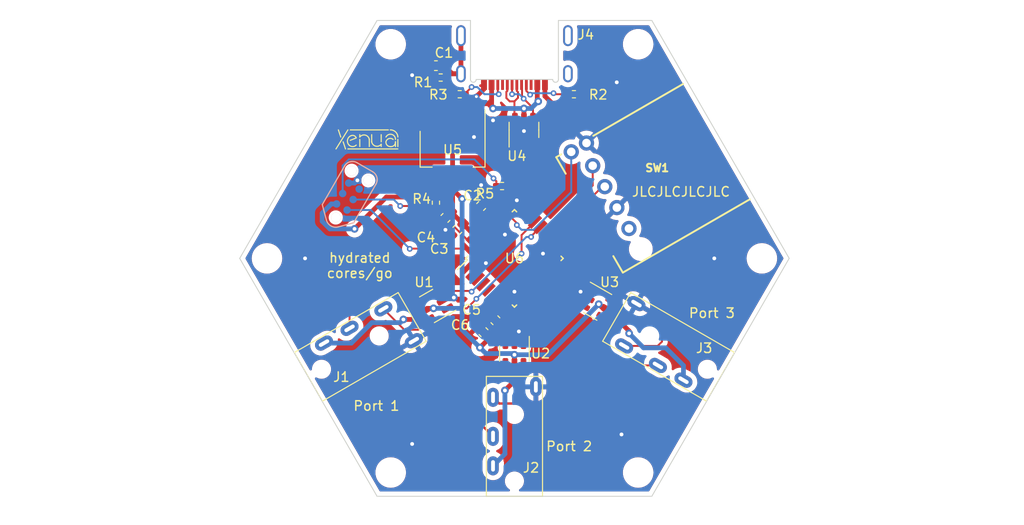
<source format=kicad_pcb>
(kicad_pcb (version 20211014) (generator pcbnew)

  (general
    (thickness 1.6)
  )

  (paper "A4")
  (layers
    (0 "F.Cu" signal)
    (31 "B.Cu" signal)
    (32 "B.Adhes" user "B.Adhesive")
    (33 "F.Adhes" user "F.Adhesive")
    (34 "B.Paste" user)
    (35 "F.Paste" user)
    (36 "B.SilkS" user "B.Silkscreen")
    (37 "F.SilkS" user "F.Silkscreen")
    (38 "B.Mask" user)
    (39 "F.Mask" user)
    (40 "Dwgs.User" user "User.Drawings")
    (41 "Cmts.User" user "User.Comments")
    (42 "Eco1.User" user "User.Eco1")
    (43 "Eco2.User" user "User.Eco2")
    (44 "Edge.Cuts" user)
    (45 "Margin" user)
    (46 "B.CrtYd" user "B.Courtyard")
    (47 "F.CrtYd" user "F.Courtyard")
    (48 "B.Fab" user)
    (49 "F.Fab" user)
    (50 "User.1" user)
    (51 "User.2" user)
    (52 "User.3" user)
    (53 "User.4" user)
    (54 "User.5" user)
    (55 "User.6" user)
    (56 "User.7" user)
    (57 "User.8" user)
    (58 "User.9" user)
  )

  (setup
    (stackup
      (layer "F.SilkS" (type "Top Silk Screen"))
      (layer "F.Paste" (type "Top Solder Paste"))
      (layer "F.Mask" (type "Top Solder Mask") (thickness 0.01))
      (layer "F.Cu" (type "copper") (thickness 0.035))
      (layer "dielectric 1" (type "core") (thickness 1.51) (material "FR4") (epsilon_r 4.5) (loss_tangent 0.02))
      (layer "B.Cu" (type "copper") (thickness 0.035))
      (layer "B.Mask" (type "Bottom Solder Mask") (thickness 0.01))
      (layer "B.Paste" (type "Bottom Solder Paste"))
      (layer "B.SilkS" (type "Bottom Silk Screen"))
      (copper_finish "None")
      (dielectric_constraints no)
    )
    (pad_to_mask_clearance 0)
    (pcbplotparams
      (layerselection 0x00010fc_ffffffff)
      (disableapertmacros false)
      (usegerberextensions false)
      (usegerberattributes true)
      (usegerberadvancedattributes true)
      (creategerberjobfile true)
      (svguseinch false)
      (svgprecision 6)
      (excludeedgelayer true)
      (plotframeref false)
      (viasonmask false)
      (mode 1)
      (useauxorigin false)
      (hpglpennumber 1)
      (hpglpenspeed 20)
      (hpglpendiameter 15.000000)
      (dxfpolygonmode true)
      (dxfimperialunits true)
      (dxfusepcbnewfont true)
      (psnegative false)
      (psa4output false)
      (plotreference true)
      (plotvalue true)
      (plotinvisibletext false)
      (sketchpadsonfab false)
      (subtractmaskfromsilk false)
      (outputformat 1)
      (mirror false)
      (drillshape 1)
      (scaleselection 1)
      (outputdirectory "")
    )
  )

  (net 0 "")
  (net 1 "Net-(C1-Pad1)")
  (net 2 "GND")
  (net 3 "Net-(C2-Pad2)")
  (net 4 "+3V3")
  (net 5 "Net-(J1-PadR1)")
  (net 6 "Net-(J1-PadR2)")
  (net 7 "Net-(J2-PadR1)")
  (net 8 "Net-(J2-PadR2)")
  (net 9 "Net-(J3-PadR1)")
  (net 10 "Net-(J3-PadR2)")
  (net 11 "/SWDIO")
  (net 12 "/RST")
  (net 13 "/SWCLK")
  (net 14 "unconnected-(J5-Pad6)")
  (net 15 "Net-(J4-PadA5)")
  (net 16 "Net-(J4-PadB5)")
  (net 17 "/P1_SCL")
  (net 18 "/P1_SDA")
  (net 19 "/P2_SCL")
  (net 20 "/P2_SDA")
  (net 21 "/P3_SCL")
  (net 22 "/P3_SDA")
  (net 23 "/USBD-")
  (net 24 "/USBD+")
  (net 25 "/DP")
  (net 26 "VBUS")
  (net 27 "/DM")
  (net 28 "unconnected-(U6-Pad1)")
  (net 29 "unconnected-(U6-Pad2)")
  (net 30 "unconnected-(U6-Pad3)")
  (net 31 "unconnected-(U6-Pad4)")
  (net 32 "unconnected-(U6-Pad7)")
  (net 33 "unconnected-(U6-Pad8)")
  (net 34 "unconnected-(U6-Pad13)")
  (net 35 "unconnected-(U6-Pad14)")
  (net 36 "unconnected-(U6-Pad15)")
  (net 37 "unconnected-(U6-Pad16)")
  (net 38 "unconnected-(U6-Pad5)")
  (net 39 "unconnected-(U6-Pad27)")
  (net 40 "unconnected-(J4-PadA8)")
  (net 41 "unconnected-(J4-PadB8)")
  (net 42 "/SW1")
  (net 43 "/SW_A")
  (net 44 "/SW_B")
  (net 45 "unconnected-(U6-Pad6)")

  (footprint "Package_TO_SOT_SMD:SOT-23-6" (layer "F.Cu") (at 187 52 -150))

  (footprint "pj320a:Jack_3.5mm_PJ320A_Horizontal" (layer "F.Cu") (at 175.229681 58.65 30))

  (footprint "MountingHole:MountingHole_2.2mm_M2_DIN965" (layer "F.Cu") (at 208.5 69.5))

  (footprint "Package_TO_SOT_SMD:SOT-23-6" (layer "F.Cu") (at 195.5 57 -90))

  (footprint "MountingHole:MountingHole_2.2mm_M2_DIN965" (layer "F.Cu") (at 182.5 24.5))

  (footprint "Resistor_SMD:R_0402_1005Metric_Pad0.72x0.64mm_HandSolder" (layer "F.Cu") (at 187.25 41.1525 -90))

  (footprint "Resistor_SMD:R_0402_1005Metric_Pad0.72x0.64mm_HandSolder" (layer "F.Cu") (at 189.75 29.75))

  (footprint "Capacitor_SMD:C_0603_1608Metric_Pad1.08x0.95mm_HandSolder" (layer "F.Cu") (at 192.25 54.75 135))

  (footprint "MountingHole:MountingHole_2.2mm_M2_DIN965" (layer "F.Cu") (at 208.5 24.5))

  (footprint "Capacitor_SMD:C_0603_1608Metric_Pad1.08x0.95mm_HandSolder" (layer "F.Cu") (at 189.5 44 -135))

  (footprint "Package_TO_SOT_SMD:SOT-23-6" (layer "F.Cu") (at 196.5 33.5 90))

  (footprint "MountingHole:MountingHole_2.2mm_M2_DIN965" (layer "F.Cu") (at 169.5 47))

  (footprint "Resistor_SMD:R_0402_1005Metric_Pad0.72x0.64mm_HandSolder" (layer "F.Cu") (at 201.75 29.75))

  (footprint "Capacitor_SMD:C_0603_1608Metric_Pad1.08x0.95mm_HandSolder" (layer "F.Cu") (at 187.25 26.75 180))

  (footprint "Capacitor_SMD:C_0603_1608Metric_Pad1.08x0.95mm_HandSolder" (layer "F.Cu") (at 192 41.5 -135))

  (footprint "Resistor_SMD:R_0402_1005Metric_Pad0.72x0.64mm_HandSolder" (layer "F.Cu") (at 187.75 28 180))

  (footprint "xenua:USB_C_Receptacle_GCT_USB4510" (layer "F.Cu") (at 195.5 22 180))

  (footprint "pj320a:Jack_3.5mm_PJ320A_Horizontal" (layer "F.Cu") (at 215.770319 58.65 150))

  (footprint "pj320a:Jack_3.5mm_PJ320A_Horizontal" (layer "F.Cu") (at 195.5 70.4 90))

  (footprint "xenua:EVQWGD001" (layer "F.Cu") (at 210.5 37.75 30))

  (footprint "xenua:sig" (layer "F.Cu") (at 176.75 35.5))

  (footprint "Package_QFP:TQFP-32_7x7mm_P0.8mm" (layer "F.Cu") (at 195.5 47 45))

  (footprint "Package_TO_SOT_SMD:SOT-223-3_TabPin2" (layer "F.Cu") (at 189 35.5 -90))

  (footprint "Capacitor_SMD:C_0603_1608Metric_Pad1.08x0.95mm_HandSolder" (layer "F.Cu") (at 188.25 42.75 -135))

  (footprint "MountingHole:MountingHole_2.2mm_M2_DIN965" (layer "F.Cu") (at 182.5 69.5))

  (footprint "Resistor_SMD:R_0402_1005Metric_Pad0.72x0.64mm_HandSolder" (layer "F.Cu") (at 194.1975 39.4))

  (footprint "Package_TO_SOT_SMD:SOT-23-6" (layer "F.Cu") (at 204.25 51.75 -30))

  (footprint "MountingHole:MountingHole_2.2mm_M2_DIN965" (layer "F.Cu") (at 221.5 47))

  (footprint "Capacitor_SMD:C_0603_1608Metric_Pad1.08x0.95mm_HandSolder" (layer "F.Cu") (at 193.5 53.5 135))

  (footprint "xenua:TC2030" (layer "B.Cu") (at 178 40.5 60))

  (gr_line (start 195.5 28.3) (end 196.5 28.3) (layer "Dwgs.User") (width 0.15) (tstamp 31bd80de-4bb5-4c77-a663-2affc4147372))
  (gr_line (start 195.5 28.3) (end 194.5 28.3) (layer "Dwgs.User") (width 0.15) (tstamp 944dbd01-505d-494d-9f63-f2c8bd1db418))
  (gr_line (start 224.368 47) (end 209.934 72) (layer "Edge.Cuts") (width 0.1) (tstamp 0743bc59-afe2-4752-9e56-a24822d18aaa))
  (gr_line (start 181.066 22) (end 166.632 47) (layer "Edge.Cuts") (width 0.1) (tstamp 473ddb9d-3e9e-4912-a8c3-fb5b4dbbf8df))
  (gr_line (start 200.12 22) (end 209.934 22) (layer "Edge.Cuts") (width 0.1) (tstamp a6571e26-fdcf-48c3-8604-da94c9af25e8))
  (gr_line (start 181.066 72) (end 209.934 72) (layer "Edge.Cuts") (width 0.1) (tstamp c8afab4b-9964-4341-bc31-892e7e579723))
  (gr_line (start 224.368 47) (end 209.934 22) (layer "Edge.Cuts") (width 0.1) (tstamp dd35352e-d89e-484d-bef8-bac58c66a85a))
  (gr_line (start 166.632 47) (end 181.066 72) (layer "Edge.Cuts") (width 0.1) (tstamp ee989edf-8027-449d-bb77-fbb7e3e7649d))
  (gr_line (start 181.066 22) (end 190.88 22) (layer "Edge.Cuts") (width 0.1) (tstamp f46c70dd-2f86-4294-a0b2-5b136aa818ef))
  (gr_text "JLCJLCJLCJLC" (at 213 40) (layer "F.SilkS") (tstamp 3cff9632-c0d1-423d-b7ef-7c7f7b70ce8b)
    (effects (font (size 1 1) (thickness 0.15)))
  )
  (gr_text "Port 3" (at 216.25 52.75) (layer "F.SilkS") (tstamp 5766246d-539d-4256-86a4-9f8349610f84)
    (effects (font (size 1 1) (thickness 0.15)))
  )
  (gr_text "hydrated\ncores/go" (at 179.25 47.75) (layer "F.SilkS") (tstamp 7aeda96c-46b8-4006-b414-502a4fefdd07)
    (effects (font (size 1 1) (thickness 0.15)))
  )
  (gr_text "Port 2" (at 201.25 66.75) (layer "F.SilkS") (tstamp 9148d79b-a1b9-4ec5-ae49-7b2d5d0299a9)
    (effects (font (size 1 1) (thickness 0.15)))
  )
  (gr_text "Port 1" (at 181 62.5) (layer "F.SilkS") (tstamp e577fdcc-c176-4b4b-a228-e30f5b47f147)
    (effects (font (size 1 1) (thickness 0.15)))
  )

  (segment (start 189.88 27.6) (end 188.7475 27.6) (width 0.5) (layer "F.Cu") (net 1) (tstamp 3f1b46a9-de00-44b6-b302-95ba5d4fc7be))
  (segment (start 189.88 27.6) (end 188.9625 27.6) (width 0.5) (layer "F.Cu") (net 1) (tstamp 696e0eb6-f485-454f-b142-a24b3e59a953))
  (segment (start 189.88 23.6) (end 189.88 27.6) (width 0.5) (layer "F.Cu") (net 1) (tstamp 8ef27395-8f02-4464-91f7-6df2b86cc43f))
  (segment (start 188.7475 27.6) (end 188.3475 28) (width 0.5) (layer "F.Cu") (net 1) (tstamp a8438cf0-2b94-4a9d-8963-c8f4621cc31d))
  (segment (start 188.9625 27.6) (end 188.1125 26.75) (width 0.5) (layer "F.Cu") (net 1) (tstamp d354ecac-b3bc-4fed-903e-10d10882139b))
  (segment (start 199.5 30.75) (end 201.75 30.75) (width 0.5) (layer "F.Cu") (net 2) (tstamp 01243b79-c596-4665-b7e4-e03ed5e2d85b))
  (segment (start 188.85988 44.60988) (end 188.25 44) (width 0.5) (layer "F.Cu") (net 2) (tstamp 03719843-5435-4291-8e92-d5b393806fb9))
  (segment (start 187.64012 43.35988) (end 187.64012 43.60988) (width 0.5) (layer "F.Cu") (net 2) (tstamp 11dc4169-9f40-4605-8579-68c147f18d6b))
  (segment (start 202.3475 30.1525) (end 202.3475 29.75) (width 0.5) (layer "F.Cu") (net 2) (tstamp 13ec963b-04ef-4bfa-98f2-89920e941ff9))
  (segment (start 196.171573 50.5) (end 195.5 50.5) (width 0.5) (layer "F.Cu") (net 2) (tstamp 19231caf-260d-414a-8f99-844fa96fa85d))
  (segment (start 191.3 32.35) (end 191.3 34.2) (width 0.5) (layer "F.Cu") (net 2) (tstamp 1ef98e3c-1ed0-4ea3-997b-56d6e4637e06))
  (segment (start 203.13075 51.18125) (end 202.4495 50.5) (width 0.5) (layer "F.Cu") (net 2) (tstamp 215ce0f6-5af5-4b67-ae69-b288192d34e1))
  (segment (start 188.89012 44.60988) (end 188.85988 44.60988) (width 0.5) (layer "F.Cu") (net 2) (tstamp 3a447120-bb13-4c44-a114-ff648619224b))
  (segment (start 191.64012 54.14012) (end 191.34012 54.14012) (width 0.5) (layer "F.Cu") (net 2) (tstamp 4301754c-6d5d-4383-afc6-8c9a9e772a4c))
  (segment (start 191.3 32.35) (end 193.1 32.35) (width 0.5) (layer "F.Cu") (net 2) (tstamp 55f1c4af-adb5-49e0-ace7-9fc384f5d29d))
  (segment (start 193.565686 44.5) (end 194.5 44.5) (width 0.5) (layer "F.Cu") (net 2) (tstamp 671095b0-ed5a-4ae7-ac85-9ee83cba59d8))
  (segment (start 187.64012 43.39012) (end 188.25 44) (width 0.5) (layer "F.Cu") (net 2) (tstamp 6fc9f2c2-bef9-48e2-9027-eb42ac7b78fe))
  (segment (start 193.1 32.35) (end 193.25 32.5) (width 0.5) (layer "F.Cu") (net 2) (tstamp 76bbad38-00e2-41b2-9ddd-aff8d95e873f))
  (segment (start 187.64012 43.35988) (end 187.64012 43.39012) (width 0.5) (layer "F.Cu") (net 2) (tstamp 8143a189-78e8-4949-9928-620769923d07))
  (segment (start 192.777639 43.711953) (end 193.565686 44.5) (width 0.5) (layer "F.Cu") (net 2) (tstamp 844267ab-0c59-45ad-9cf9-19c1e73a2831))
  (segment (start 191.3 32.35) (end 191.3 32.45) (width 0.5) (layer "F.Cu") (net 2) (tstamp 86b0791e-e64d-41a6-9b4e-9b2d1dee1dac))
  (segment (start 192.3 28.75) (end 192.3 29.200489) (width 0.5) (layer "F.Cu") (net 2) (tstamp 8732a11f-3ef6-4396-b98d-830ac6bfa2c8))
  (segment (start 198.7 29.95) (end 198.7 28.75) (width 0.5) (layer "F.Cu") (net 2) (tstamp 89e4cfba-750c-4083-acc4-ed21bb6833df))
  (segment (start 188.296732 51.119622) (end 189.130378 51.119622) (width 0.5) (layer "F.Cu") (net 2) (tstamp 976eff56-3816-452d-9c77-d211b78adaef))
  (segment (start 187.985104 51.43125) (end 188.296732 51.119622) (width 0.5) (layer "F.Cu") (net 2) (tstamp 9821fdbc-a1cd-4bf4-b25b-5f699978c34b))
  (segment (start 191.3 34.2) (end 191.25 34.25) (width 0.5) (layer "F.Cu") (net 2) (tstamp 9a5c3670-eaa7-4dcf-9286-43ba42ac67e7))
  (segment (start 196.5 34.6375) (end 196.5 33.6245) (width 0.5) (layer "F.Cu") (net 2) (tstamp a3af9b14-6380-4eca-a818-510262168f6c))
  (segment (start 203.264896 51.18125) (end 203.13075 51.18125) (width 0.5) (layer "F.Cu") (net 2) (tstamp a6e977e2-d6fd-497d-8dbf-799018d7fc04))
  (segment (start 201.75 30.75) (end 202.3475 30.1525) (width 0.5) (layer "F.Cu") (net 2) (tstamp a945a064-87fa-4c73-a3a4-1a959dcf5758))
  (segment (start 192.60988 40.89012) (end 192.85988 40.89012) (width 0.5) (layer "F.Cu") (net 2) (tstamp b9c85551-8712-46b2-8570-ce78df9e2527))
  (segment (start 199.5 30.75) (end 198.7 29.95) (width 0.5) (layer "F.Cu") (net 2) (tstamp bb5948b2-3dac-442f-abc5-abb89dbc4ff5))
  (segment (start 195.5 55.8625) (end 195.5 55.144439) (width 0.5) (layer "F.Cu") (net 2) (tstamp bd5982a1-f298-433e-aa00-1ad636989dff))
  (segment (start 197.09099 51.419417) (end 196.171573 50.5) (width 0.5) (layer "F.Cu") (net 2) (tstamp cb6c4e8c-26d9-4358-bd61-00ae2e9a6b1a))
  (segment (start 192.3 29.200489) (end 191.5 30.000489) (width 0.5) (layer "F.Cu") (net 2) (tstamp d2070829-6614-4d36-90ec-2c8dd2f421fd))
  (segment (start 191.3 32.45) (end 191.25 32.5) (width 0.5) (layer "F.Cu") (net 2) (tstamp e8fa3293-2de2-4a5a-9283-356607904c7c))
  (segment (start 195.5 55.144439) (end 195.964813 54.679626) (width 0.5) (layer "F.Cu") (net 2) (tstamp fae566e4-cd29-42fd-a0cf-1046552b93b0))
  (via (at 216.5 47) (size 0.8) (drill 0.4) (layers "F.Cu" "B.Cu") (free) (net 2) (tstamp 03236581-83d5-46f9-9b92-dfba08a17e3e))
  (via (at 191.25 34.25) (size 0.8) (drill 0.4) (layers "F.Cu" "B.Cu") (net 2) (tstamp 1c4bf035-050b-405c-bea5-ceb3db0151fd))
  (via (at 195.964813 54.679626) (size 0.8) (drill 0.4) (layers "F.Cu" "B.Cu") (net 2) (tstamp 2eb2e4d3-f2ce-4f29-9070-1c4837a13861))
  (via (at 188.25 44) (size 0.8) (drill 0.4) (layers "F.Cu" "B.Cu") (net 2) (tstamp 2fe521ff-d6d1-4c05-8296-4c946423024c))
  (via (at 194.5 44.5) (size 0.8) (drill 0.4) (layers "F.Cu" "B.Cu") (free) (net 2) (tstamp 3b4c2257-f4dd-4ad9-b415-910c47910fb8))
  (via (at 192.5 47.5) (size 0.8) (drill 0.4) (layers "F.Cu" "B.Cu") (free) (net 2) (tstamp 43044d53-b707-4d3a-afb5-42d6b6af2e7c))
  (via (at 179 38.8) (size 0.8) (drill 0.4) (layers "F.Cu" "B.Cu") (net 2) (tstamp 597b0715-ddcb-46c8-a51c-3191094d3d9d))
  (via (at 195.5 50.5) (size 0.8) (drill 0.4) (layers "F.Cu" "B.Cu") (free) (net 2) (tstamp 6431d07b-1cc3-48bf-98c9-a73b1e3fc17b))
  (via (at 173.5 47) (size 0.8) (drill 0.4) (layers "F.Cu" "B.Cu") (free) (net 2) (tstamp 841a072b-b3fa-45b8-a76b-f9a5c81a1364))
  (via (at 191.5 30.000489) (size 0.6) (drill 0.3) (layers "F.Cu" "B.Cu") (net 2) (tstamp 91f3669f-b5e2-4adf-afb0-e37eed958e60))
  (via (at 202.4495 50.5) (size 0.8) (drill 0.4) (layers "F.Cu" "B.Cu") (net 2) (tstamp 9707b9bf-a5fc-4e09-aebe-5bc06e829499))
  (via (at 206.75 65.5) (size 0.8) (drill 0.4) (layers "F.Cu" "B.Cu") (free) (net 2) (tstamp adb90deb-6853-4230-a382-6c8831b3f4f3))
  (via (at 198.5 46.5) (size 0.8) (drill 0.4) (layers "F.Cu" "B.Cu") (free) (net 2) (tstamp b439546a-c621-4887-b3aa-bc0ca20da5cb))
  (via (at 189.130378 51.119622) (size 0.8) (drill 0.4) (layers "F.Cu" "B.Cu") (net 2) (tstamp b6eda8ee-c639-4010-a71e-f418426c448a))
  (via (at 195.75 40.9) (size 0.8) (drill 0.4) (layers "F.Cu" "B.Cu") (free) (net 2) (tstamp bc4305ae-ca06-4789-823d-45aef5e290e2))
  (via (at 192 39.3) (size 0.8) (drill 0.4) (layers "F.Cu" "B.Cu") (free) (net 2) (tstamp c29f8dd6-03f1-411b-aee7-48a97956752c))
  (via (at 184.75 27.75) (size 0.8) (drill 0.4) (layers "F.Cu" "B.Cu") (free) (net 2) (tstamp c490a0cc-a139-4ae9-b6ad-1f989dec564b))
  (via (at 193.25 32.5) (size 0.8) (drill 0.4) (layers "F.Cu" "B.Cu") (net 2) (tstamp c569fb6a-628e-48b4-805b-d04f577f815a))
  (via (at 196.5 33.6245) (size 0.8) (drill 0.4) (layers "F.Cu" "B.Cu") (net 2) (tstamp d52eb3e6-c3f0-4f18-ac0b-40f1f9e6fd5e))
  (via (at 206.25 28.5) (size 0.8) (drill 0.4) (layers "F.Cu" "B.Cu") (free) (net 2) (tstamp f0d4f2d5-ebc4-472c-9ad0-46e60ab32a6a))
  (via (at 184.75 66.5) (size 0.8) (drill 0.4) (layers "F.Cu" "B.Cu") (free) (net 2) (tstamp fd8cd4a1-8cce-4033-93c0-c4b68cc71c6b))
  (segment (start 178.085074 39.082648) (end 178.717352 39.082648) (width 0.5) (layer "B.Cu") (net 2) (tstamp 1aa3f171-41fb-4996-b859-ebaf6b23ca11))
  (segment (start 178.717352 39.082648) (end 179 38.8) (width 0.5) (layer "B.Cu") (net 2) (tstamp 7f64bad9-282f-4aea-96af-977657f8be67))
  (segment (start 192.211953 44.277639) (end 191.39012 43.455806) (width 0.3) (layer "F.Cu") (net 3) (tstamp 1bd98adf-6059-495f-94b7-9f4ef4e778fb))
  (segment (start 191.39012 43.455806) (end 191.39012 42.10988) (width 0.3) (layer "F.Cu") (net 3) (tstamp 22f790b9-c1d9-412d-ac0e-7bd254369216))
  (segment (start 190.10988 43.39012) (end 188.85988 42.14012) (width 0.5) (layer "F.Cu") (net 4) (tstamp 0376f97d-4fda-40e2-8ae7-be256dd0b17a))
  (segment (start 205.235104 52.31875) (end 204.864321 52.31875) (width 0.5) (layer "F.Cu") (net 4) (tstamp 04cd1be7-98f7-4cec-9bc2-093fcec1606d))
  (segment (start 189 38.65) (end 189 42) (width 0.5) (layer "F.Cu") (net 4) (tstamp 04d8fd5a-af67-40da-a8c2-f7fab9d79c3b))
  (segment (start 192.85988 55.39012) (end 191.875 56.375) (width 0.5) (layer "F.Cu") (net 4) (tstamp 1d81386a-c764-455e-a123-419b6cfd4065))
  (segment (start 191.646268 44.843324) (end 191.563084 44.843324) (width 0.5) (layer "F.Cu") (net 4) (tstamp 23bdbd44-4a30-4d2c-b3c5-4d4dfb6ad7d1))
  (segment (start 194.8 39.395) (end 194.8 37.8) (width 0.5) (layer "F.Cu") (net 4) (tstamp 2fd33a9c-3058-4759-a5d2-db694077e0db))
  (segment (start 186.014896 52.56875) (end 185.165399 53.418247) (width 0.5) (layer "F.Cu") (net 4) (tstamp 32dcc70a-1e38-4dff-8bd2-7fe6cd7ba6cd))
  (segment (start 195.5 58.1375) (end 195.5 59.8755) (width 0.5) (layer "F.Cu") (net 4) (tstamp 37df637f-662f-40f0-adc0-7d1db39f5ebd))
  (segment (start 187 52.25) (end 186.333646 52.25) (width 0.5) (layer "F.Cu") (net 4) (tstamp 4fd2be35-f3dc-4152-8d6b-941d855e1521))
  (segment (start 192.4 35.4) (end 189 35.4) (width 0.5) (layer "F.Cu") (net 4) (tstamp 5c481a9c-5555-4547-91a3-c9cf54c39a90))
  (segment (start 189 39.75) (end 190 40.75) (width 0.5) (layer "F.Cu") (net 4) (tstamp 5f0d7789-3d8e-4525-b01d-b4b0497082e8))
  (segment (start 191.563084 44.843324) (end 190.10988 43.39012) (width 0.5) (layer "F.Cu") (net 4) (tstamp 653c887b-6912-4e12-9d5b-b353929ef1fc))
  (segment (start 205.235104 52.31875) (end 205.31875 52.31875) (width 0.5) (layer "F.Cu") (net 4) (tstamp 6a1464e6-525c-4f06-8066-5df619f0f8e1))
  (segment (start 189 42) (end 188.85988 42.14012) (width 0.5) (layer "F.Cu") (net 4) (tstamp 80b217b0-d0e1-4411-b435-32e96c858e1f))
  (segment (start 194.8 37.8) (end 192.4 35.4) (width 0.5) (layer "F.Cu") (net 4) (tstamp 816e904a-a69b-4f89-9ef6-a6b88fe9e088))
  (segment (start 196.234657 51.985103) (end 194.10988 54.10988) (width 0.5) (layer "F.Cu") (net 4) (tstamp 83428e0e-6169-45e1-8979-696ca9eea4f3))
  (segment (start 204.864321 52.31875) (end 204.357821 51.81225) (width 0.5) (layer "F.Cu") (net 4) (tstamp 87595e44-a48a-4a99-85f5-ef2ea90c9e37))
  (segment (start 207.5505 54.634146) (end 207.5505 54.880378) (width 0.5) (layer "F.Cu") (net 4) (tstamp 8b5bfda2-79a7-4762-a6d8-16647750378e))
  (segment (start 205.235104 52.31875) (end 207.5505 54.634146) (width 0.5) (layer "F.Cu") (net 4) (tstamp 9e999c9d-e058-4f07-9aa3-a9dc594b76bf))
  (segment (start 187.25 40.4) (end 189 38.65) (width 0.5) (layer "F.Cu") (net 4) (tstamp 9f57eebc-b460-4a82-8171-ddd51d1041fb))
  (segment (start 196.525305 51.985103) (end 196.234657 51.985103) (width 0.5) (layer "F.Cu") (net 4) (tstamp a9eb8cd6-d2df-495d-97f8-cf25705e5da3))
  (segment (start 187.25 40.555) (end 187.25 40.4) (width 0.5) (layer "F.Cu") (net 4) (tstamp b42c2237-55bc-47ec-aacd-3cf43e17f2d4))
  (segment (start 195.5 59.8755) (end 194.5 60.8755) (width 0.5) (layer "F.Cu") (net 4) (tstamp b98b2aa4-f17c-4944-a63b-517efd27344b))
  (segment (start 194.10988 54.10988) (end 192.85988 55.35988) (width 0.5) (layer "F.Cu") (net 4) (tstamp c71cbc25-a226-480e-9120-4c90056547ed))
  (segment (start 189 35.4) (end 189 38.65) (width 0.5) (layer "F.Cu") (net 4) (tstamp ce272c9d-ee34-4889-ba13-09f3b61b64ef))
  (segment (start 192.85988 55.35988) (end 192.85988 55.39012) (width 0.5) (layer "F.Cu") (net 4) (tstamp d9762b98-452e-45a8-941b-a35ffe0e2d4c))
  (segment (start 185.165399 53.418247) (end 183.831753 53.418247) (width 0.5) (layer "F.Cu") (net 4) (tstamp db128544-f66c-42f4-beb9-1d8c80c15d88))
  (segment (start 189 32.35) (end 189 35.4) (width 0.5) (layer "F.Cu") (net 4) (tstamp ee715c90-9c26-4d46-86a4-97077c448da6))
  (segment (start 182.045 40.555) (end 178.7 43.9) (width 0.5) (layer "F.Cu") (net 4) (tstamp f1fb53b4-0b5d-4b42-a43c-66d18d5c3ea2))
  (segment (start 186.333646 52.25) (end 186.014896 52.56875) (width 0.5) (layer "F.Cu") (net 4) (tstamp f358ac6b-17e0-4c47-9f05-8773630c08f8))
  (segment (start 187.25 40.555) (end 182.045 40.555) (width 0.5) (layer "F.Cu") (net 4) (tstamp f652871f-4b78-4996-9d21-61fbd0029dee))
  (segment (start 195.5 58.1375) (end 195.5 57.1245) (width 0.5) (layer "F.Cu") (net 4) (tstamp fa5ea037-1b76-4529-80bf-e23d4b9a0e7b))
  (segment (start 189 38.65) (end 189 39.75) (width 0.5) (layer "F.Cu") (net 4) (tstamp fa65d098-5ecb-45ca-921d-eeb8930cd867))
  (segment (start 194.795 39.4) (end 194.8 39.395) (width 0.5) (layer "F.Cu") (net 4) (tstamp fddac87a-e734-41f7-afc9-1e956def1b07))
  (via (at 207.5505 54.880378) (size 0.8) (drill 0.4) (layers "F.Cu" "B.Cu") (net 4) (tstamp 15841606-09ac-42c9-ac6d-455675705d16))
  (via (at 190 40.75) (size 0.8) (drill 0.4) (layers "F.Cu" "B.Cu") (net 4) (tstamp 1fd275a0-197e-4d60-9ea7-4acf500af443))
  (via (at 191.875 56.375) (size 0.8) (drill 0.4) (layers "F.Cu" "B.Cu") (net 4) (tstamp 386c9c06-9604-4504-9e90-3a42cced6a3c))
  (via (at 195.5 57.1245) (size 0.8) (drill 0.4) (layers "F.Cu" "B.Cu") (net 4) (tstamp 3cf37809-8882-441f-bd8e-11eadeb9b4f2))
  (via (at 194.5 60.8755) (size 0.8) (drill 0.4) (layers "F.Cu" "B.Cu") (net 4) (tstamp 4e3faa3b-685b-4b59-bbf2-b4a54ad2dfc1))
  (via (at 183.831753 53.418247) (size 0.8) (drill 0.4) (layers "F.Cu" "B.Cu") (net 4) (tstamp 60d2675f-2544-4550-ba8e-d0ef2889d24f))
  (via (at 187 52.25) (size 0.8) (drill 0.4) (layers "F.Cu" "B.Cu") (net 4) (tstamp 88c5b4a9-3364-45ea-b9c0-bb33f0271133))
  (via (at 204.357821 51.81225) (size 0.8) (drill 0.4) (layers "F.Cu" "B.Cu") (net 4) (tstamp b9112406-6880-496a-8cf3-329d93d8abc3))
  (via (at 178.7 43.9) (size 0.8) (drill 0.4) (layers "F.Cu" "B.Cu") (net 4) (tstamp f0e6a45c-3b82-4022-a23d-f0e0692c58d3))
  (segment (start 199.045571 57.1245) (end 204.357821 51.81225) (width 0.5) (layer "B.Cu") (net 4) (tstamp 06ce9a2f-62c9-4ebd-81db-3fa9016ba633))
  (segment (start 190 40.75) (end 190 51.5) (width 0.5) (layer "B.Cu") (net 4) (tstamp 06cf9d8c-80ee-474a-9941-3419d77ef170))
  (segment (start 175.3 43.1) (end 175.3 42.242447) (width 0.5) (layer "B.Cu") (net 4) (tstamp 0e7ba3ef-b68f-44c0-b288-94038a0cda95))
  (segment (start 190 52.25) (end 187 52.25) (width 0.5) (layer "B.Cu") (net 4) (tstamp 0f2345df-1720-4a1d-8df4-9dea06adef0f))
  (segment (start 194.5 60.8755) (end 194.5 67.55) (width 0.5) (layer "B.Cu") (net 4) (tstamp 1054d765-304e-44ee-a408-f73ba3541d44))
  (segment (start 190 54.5) (end 191.875 56.375) (width 0.5) (layer "B.Cu") (net 4) (tstamp 19a9d3b5-5aa1-449e-ab8e-d103756ba404))
  (segment (start 191.875 56.375) (end 192.5 57) (width 0.5) (layer "B.Cu") (net 4) (tstamp 1c370c68-124e-4b3b-87da-08abf9cdb16f))
  (segment (start 183.831753 53.418247) (end 183.5 53.75) (width 0.5) (layer "B.Cu") (net 4) (tstamp 3808ff98-c381-4bc8-9063-5fab6223c5fb))
  (segment (start 180.515644 53.75) (end 178.364201 55.901443) (width 0.5) (layer "B.Cu") (net 4) (tstamp 3f9a7152-7e4a-4640-b4c9-cab06e70526d))
  (segment (start 192.5 57) (end 195.3755 57) (width 0.5) (layer "B.Cu") (net 4) (tstamp 41eb36ad-85e7-4f39-8dca-cb50bceb3b2a))
  (segment (start 207.5505 54.880378) (end 209.070122 56.4) (width 0.5) (layer "B.Cu") (net 4) (tstamp 48c439fd-8a6d-4e60-bfad-1018cdb1bb64))
  (segment (start 178.7 43.9) (end 176.1 43.9) (width 0.5) (layer "B.Cu") (net 4) (tstamp 4d364e96-ff12-4d22-b3a6-a6c7764a6cb5))
  (segment (start 209.070122 56.4) (end 211.4 56.4) (width 0.5) (layer "B.Cu") (net 4) (tstamp 6a72969c-584a-408a-8c75-b04f16c58fd0))
  (segment (start 183.5 53.75) (end 180.515644 53.75) (width 0.5) (layer "B.Cu") (net 4) (tstamp 8ed34d6f-8f07-44c1-a2a3-f184d6d9a08f))
  (segment (start 195.3755 57) (end 195.5 57.1245) (width 0.5) (layer "B.Cu") (net 4) (tstamp 933a5253-1d0e-4516-b330-14ba65ca36d4))
  (segment (start 176.260095 41.282352) (end 176.815074 41.282352) (width 0.5) (layer "B.Cu") (net 4) (tstamp 9944fcaa-e03d-492d-aaac-8117ed96d434))
  (segment (start 176.1 43.9) (end 175.3 43.1) (width 0.5) (layer "B.Cu") (net 4) (tstamp a28dd042-708e-47a9-b1a9-6cf5ef89f619))
  (segment (start 195.5 57.1245) (end 199.045571 57.1245) (width 0.5) (layer "B.Cu") (net 4) (tstamp ab21e7a8-ef62-40a0-a378-209c765cc4bb))
  (segment (start 204.357821 51.81225) (end 204.357821 51.892179) (width 0.5) (layer "B.Cu") (net 4) (tstamp b47a98da-d24c-4742-b64e-3ffd9972ce0f))
  (segment (start 211.4 56.4) (end 213.259678 58.259678) (width 0.5) (layer "B.Cu") (net 4) (tstamp b6af3339-77e3-4805-9423-056f5e2a366f))
  (segment (start 213.259678 58.259678) (end 213.259678 59.798557) (width 0.5) (layer "B.Cu") (net 4) (tstamp be23aa73-d1da-4488-a1e1-b3cf08c1510c))
  (segment (start 190 52.25) (end 190 54.5) (width 0.5) (layer "B.Cu") (net 4) (tstamp c60c4acf-3d6f-48da-b735-ac7a7ae5c6f8))
  (segment (start 175.3 42.242447) (end 176.260095 41.282352) (width 0.5) (layer "B.Cu") (net 4) (tstamp ccc11cb7-829f-4bbc-8fcb-c3973728b49c))
  (segment (start 190 51.5) (end 190 52.25) (width 0.5) (layer "B.Cu") (net 4) (tstamp d648426c-8d06-4374-a9d5-f0dd792d2bcf))
  (segment (start 178.364201 55.901443) (end 175.490322 55.901443) (width 0.5) (layer "B.Cu") (net 4) (tstamp e5ad5b73-1a14-43b4-b264-e78da8de87af))
  (segment (start 194.5 67.55) (end 193.25 68.8) (width 0.5) (layer "B.Cu") (net 4) (tstamp f993d1dc-6946-40ed-b85c-1fb14a3842b8))
  (segment (start 186.489896 53.391474) (end 185.38137 54.5) (width 0.2) (layer "F.Cu") (net 5) (tstamp 353d10af-18da-4a76-9647-8341271e9bc7))
  (segment (start 183.924262 54.5) (end 181.725705 52.301443) (width 0.2) (layer "F.Cu") (net 5) (tstamp 9db3c135-a7d1-4169-863d-387a1cae1452))
  (segment (start 185.38137 54.5) (end 183.924262 54.5) (width 0.2) (layer "F.Cu") (net 5) (tstamp c11d72ca-3e41-4275-9076-51eecae6a09c))
  (segment (start 184.29387 50.5) (end 180.5 50.5) (width 0.2) (layer "F.Cu") (net 6) (tstamp 28735097-78ba-4ee8-81ae-409197c70305))
  (segment (start 185.539896 51.746026) (end 184.29387 50.5) (width 0.2) (layer "F.Cu") (net 6) (tstamp 53af02fe-5e71-4006-828c-d42765cd6a8f))
  (segment (start 180.5 50.5) (end 178.175 52.825) (width 0.2) (layer "F.Cu") (net 6) (tstamp c6c2dde5-ac0c-4e64-8327-e95b073235c7))
  (segment (start 178.175 52.825) (end 178.175 54.351443) (width 0.2) (layer "F.Cu") (net 6) (tstamp f4b1fa00-7406-401d-8a77-cbd0708ac181))
  (segment (start 193.9 62.25) (end 193.25 61.6) (width 0.25) (layer "F.Cu") (net 7) (tstamp 4eefa2b9-0a99-4c31-a73e-dce3db494272))
  (segment (start 196.45 61.55) (end 195.75 62.25) (width 0.25) (layer "F.Cu") (net 7) (tstamp 86e056d6-76c2-4709-978d-24c455de32ce))
  (segment (start 196.45 58.1375) (end 196.45 61.55) (width 0.25) (layer "F.Cu") (net 7) (tstamp b44709c6-5ba2-4a10-89f2-e6e6dd62901a))
  (segment (start 195.75 62.25) (end 193.9 62.25) (width 0.25) (layer "F.Cu") (net 7) (tstamp da11773f-51dd-4c3c-9be6-17f5dce699bf))
  (segment (start 194.55 58.1375) (end 193.8625 58.1375) (width 0.25) (layer "F.Cu") (net 8) (tstamp 254f268c-baf2-4dbe-bb24-9eda39397444))
  (segment (start 191.75 60.25) (end 191.75 64.2) (width 0.25) (layer "F.Cu") (net 8) (tstamp 2ff79a41-9f22-4fe1-94d5-4ed29213b079))
  (segment (start 193.8625 58.1375) (end 191.75 60.25) (width 0.25) (layer "F.Cu") (net 8) (tstamp 5549b63e-a6a1-4dc2-962d-37089633fd05))
  (segment (start 191.75 64.2) (end 193.25 65.7) (width 0.25) (layer "F.Cu") (net 8) (tstamp c273d2f8-f30a-40a7-abbc-97e240c283ea))
  (segment (start 211 55.75) (end 210.551443 56.198557) (width 0.2) (layer "F.Cu") (net 9) (tstamp 2682afd4-79fa-47be-adb0-0d9f611adcbd))
  (segment (start 207.964078 53.75) (end 210.25 53.75) (width 0.2) (layer "F.Cu") (net 9) (tstamp 43122158-74fb-4bff-a206-ea7936e5b044))
  (segment (start 205.710104 51.496026) (end 207.964078 53.75) (width 0.2) (layer "F.Cu") (net 9) (tstamp 68593248-e9b3-4285-a3d7-62c709eacbc3))
  (segment (start 210.551443 56.198557) (end 207.024295 56.198557) (width 0.2) (layer "F.Cu") (net 9) (tstamp 6b3b47f6-b791-455c-83c8-d68e8001aff5))
  (segment (start 210.25 53.75) (end 211 54.5) (width 0.2) (layer "F.Cu") (net 9) (tstamp 8ae1655f-dd6c-4501-b11a-17fc61c86d1c))
  (segment (start 211 54.5) (end 211 55.75) (width 0.2) (layer "F.Cu") (net 9) (tstamp eb2a59e5-ee5d-46c4-b8fa-0207a14e1124))
  (segment (start 204.760104 53.141474) (end 204.760104 56.760104) (width 0.2) (layer "F.Cu") (net 10) (tstamp 09401383-4bc5-4bb2-b306-acda0cda34a5))
  (segment (start 204.760104 56.760104) (end 206.248557 58.248557) (width 0.2) (layer "F.Cu") (net 10) (tstamp 2a54ad79-ce49-4775-b894-c6c465703efd))
  (segment (start 206.248557 58.248557) (end 210.575 58.248557) (width 0.2) (layer "F.Cu") (net 10) (tstamp fbb243d1-c4af-4ee3-acac-1bb87f0b419f))
  (segment (start 190.514897 45.974695) (end 184.525305 45.974695) (width 0.2) (layer "F.Cu") (net 11) (tstamp 9eceb4af-a3dc-4b7a-bb61-ad8e7a959d57))
  (segment (start 184.525305 45.974695) (end 184.5 46) (width 0.2) (layer "F.Cu") (net 11) (tstamp a3e06744-2fd8-4931-b971-5459b7f392f4))
  (via (at 184.5 46) (size 0.6) (drill 0.3) (layers "F.Cu" "B.Cu") (net 11) (tstamp a8a6254e-d0f1-41a7-86a7-eab07c17fd66))
  (segment (start 180.417352 41.917352) (end 177.914926 41.917352) (width 0.2) (layer "B.Cu") (net 11) (tstamp 8eaaa244-7234-4fbf-b371-417b870b7db5))
  (segment (start 184.5 46) (end 180.417352 41.917352) (width 0.2) (layer "B.Cu") (net 11) (tstamp b85f44b7-c62f-4fcd-a747-9267d038d7f3))
  (segment (start 193.6 39.4) (end 193.6 38.9) (width 0.2) (layer "F.Cu") (net 12) (tstamp 5550532d-76a4-41ff-871d-d2c948724f32))
  (segment (start 193.90901 42.580583) (end 193.824269 42.580583) (width 0.2) (layer "F.Cu") (net 12) (tstamp 6357d28d-fcbd-40b7-961f-a7d692fff642))
  (segment (start 193.415035 41.294217) (end 193.6 41.109252) (width 0.2) (layer "F.Cu") (net 12) (tstamp 68047fbd-6187-46c7-bf24-d3bd6b6d1dd0))
  (segment (start 193.90901 42.580583) (end 193.415035 42.086608) (width 0.2) (layer "F.Cu") (net 12) (tstamp 783f047d-2263-4d3b-9b81-1e69adcc2407))
  (segment (start 193.6 41.109252) (end 193.6 39.4) (width 0.2) (layer "F.Cu") (net 12) (tstamp 78d6f334-91be-4b9b-b0ef-e82f5e504b7a))
  (segment (start 193.6 38.9) (end 193.3 38.6) (width 0.2) (layer "F.Cu") (net 12) (tstamp dc941f27-c0a3-4ebb-8f5e-3022f9843888))
  (segment (start 193.415035 42.086608) (end 193.415035 41.294217) (width 0.2) (layer "F.Cu") (net 12) (tstamp ea33e8b2-544f-4d1c-9f80-f2df671d0e51))
  (via (at 193.3 38.6) (size 0.6) (drill 0.3) (layers "F.Cu" "B.Cu") (net 12) (tstamp 63c395a2-584a-4018-b3c0-37821d153aed))
  (segment (start 178.1 36.6) (end 191.3 36.6) (width 0.2) (layer "B.Cu") (net 12) (tstamp 639d630f-812e-4c96-870f-e9926c37d41b))
  (segment (start 177.450074 40.1825) (end 177.450074 37.249926) (width 0.2) (layer "B.Cu") (net 12) (tstamp 999cb648-9d26-4559-86f0-628f44778428))
  (segment (start 177.450074 37.249926) (end 178.1 36.6) (width 0.2) (layer "B.Cu") (net 12) (tstamp abb6e858-a6ac-4b10-ba9b-db19d51e3d12))
  (segment (start 193.3 38.6) (end 191.3 36.6) (width 0.2) (layer "B.Cu") (net 12) (tstamp deb2c3c9-d8d9-4aea-9f17-8d89a90c7f3f))
  (segment (start 190.90901 45.40901) (end 187.25 41.75) (width 0.2) (layer "F.Cu") (net 13) (tstamp 4d9e031a-b091-4040-b188-0d03a82ddc7c))
  (segment (start 191.080583 45.40901) (end 191.080583 45.330583) (width 0.2) (layer "F.Cu") (net 13) (tstamp 4e37322c-ddea-4cc7-9278-07ecb08ab408))
  (segment (start 187 41.5) (end 183.5 41.5) (width 0.2) (layer "F.Cu") (net 13) (tstamp cb6e8c40-acd6-469e-8816-76d490b648dc))
  (segment (start 191.080583 45.40901) (end 190.90901 45.40901) (width 0.2) (layer "F.Cu") (net 13) (tstamp f166d02e-45db-4db4-87b0-a51c2129893b))
  (segment (start 187.25 41.75) (end 187 41.5) (width 0.2) (layer "F.Cu") (net 13) (tstamp f749f390-55f5-4513-9555-d81eb50c66de))
  (via (at 183.5 41.5) (size 0.6) (drill 0.3) (layers "F.Cu" "B.Cu") (net 13) (tstamp 575931b6-137f-4aea-9a99-931500ed4d72))
  (segment (start 182.8175 40.8175) (end 178.549926 40.8175) (width 0.2) (layer "B.Cu") (net 13) (tstamp 0515eed2-e2b0-43af-90fc-1949219dcd11))
  (segment (start 183.5 41.5) (end 182.8175 40.8175) (width 0.2) (layer "B.Cu") (net 13) (tstamp 2c1f83d9-3df2-4539-adb4-7f54677d333c))
  (segment (start 201.1525 29.75) (end 199.709954 29.75) (width 0.2) (layer "F.Cu") (net 15) (tstamp 1d7c71da-391f-4794-bcf7-7424ccf9ce40))
  (segment (start 196.75 29.399002) (end 197.1505 29.799502) (width 0.2) (layer "F.Cu") (net 15) (tstamp 2f8079db-710c-4859-ad0d-c38afc13e87c))
  (segment (start 196.75 28.75) (end 196.75 29.399002) (width 0.2) (layer "F.Cu") (net 15) (tstamp cd330023-e309-46ff-baed-7143880691a1))
  (segment (start 199.709954 29.75) (end 199.604977 29.645023) (width 0.2) (layer "F.Cu") (net 15) (tstamp d3a382e9-8106-4e0d-9cd6-0be5d611eeab))
  (via (at 199.604977 29.645023) (size 0.6) (drill 0.3) (layers "F.Cu" "B.Cu") (net 15) (tstamp 04b76b8f-5b44-4aaf-acf4-0aa5c5236610))
  (via (at 197.1505 29.799502) (size 0.6) (drill 0.3) (layers "F.Cu" "B.Cu") (net 15) (tstamp 5330b404-de89-4de2-ad3a-4d341b55b232))
  (segment (start 199.604977 29.645023) (end 197.304979 29.645023) (width 0.2) (layer "B.Cu") (net 15) (tstamp 4b96f7bd-21c4-428c-8ad9-b66ccc03a965))
  (segment (start 197.304979 29.645023) (end 197.1505 29.799502) (width 0.2) (layer "B.Cu") (net 15) (tstamp 97388d70-3e34-4cb6-8718-af6fe5be03eb))
  (segment (start 193.75 28.75) (end 193.75 29.55) (width 0.2) (layer "F.Cu") (net 16) (tstamp 3170a28a-c819-417b-aba7-f50f7bc98447))
  (segment (start 193.75 29.651) (end 193.8495 29.7505) (width 0.2) (layer "F.Cu") (net 16) (tstamp 4108be8f-e131-4d18-9908-79b9f0d24967))
  (segment (start 193.75 29.55) (end 193.75 29.651) (width 0.2) (layer "F.Cu") (net 16) (tstamp 76053c7d-16b5-480a-9684-5512c4f4b671))
  (segment (start 190.3475 29.6525) (end 191 29) (width 0.2) (layer "F.Cu") (net 16) (tstamp 8d048039-6094-4012-b77a-aa7b219a704c))
  (segment (start 190.3475 29.75) (end 190.3475 29.6525) (width 0.2) (layer "F.Cu") (net 16) (tstamp 9449b338-fa28-4755-8a12-224401c47149))
  (via (at 193.8495 29.7505) (size 0.6) (drill 0.3) (layers "F.Cu" "B.Cu") (net 16) (tstamp 927261d8-ab39-4153-8fc4-2242b79c5f29))
  (via (at 191 29) (size 0.6) (drill 0.3) (layers "F.Cu" "B.Cu") (net 16) (tstamp 9536d528-5b2a-41a4-a52a-c2a0a5bf0eeb))
  (segment (start 193.8495 29.7505) (end 192.3505 29.7505) (width 0.2) (layer "B.Cu") (net 16) (tstamp 29d41f34-8276-4388-b5d6-2834dec27591))
  (segment (start 191.6 29) (end 192.3505 29.7505) (width 0.2) (layer "B.Cu") (net 16) (tstamp a50e6f2e-8095-471c-93db-24d6bb67bcb4))
  (segment (start 191 29) (end 191.6 29) (width 0.2) (layer "B.Cu") (net 16) (tstamp be1d0f58-730c-4976-b660-5ecd9c6b9138))
  (segment (start 196.25 44.552944) (end 196.25 46.5) (width 0.2) (layer "F.Cu") (net 17) (tstamp 00a3dad7-8636-49b0-bbd4-0e4aa1b5219b))
  (segment (start 197.656676 43.146268) (end 196.25 44.552944) (width 0.2) (layer "F.Cu") (net 17) (tstamp 147b0aa8-0a32-4862-8483-ff478e7c9c00))
  (segment (start 190.496026 52.253974) (end 191.5 51.25) (width 0.2) (layer "F.Cu") (net 17) (tstamp bd75711f-ba5c-447b-8e58-e038d6b4a85b))
  (segment (start 188.460104 52.253974) (end 190.496026 52.253974) (width 0.2) (layer "F.Cu") (net 17) (tstamp ea9e2d53-d400-4d76-90d6-00cfee129b32))
  (via (at 191.5 51.25) (size 0.6) (drill 0.3) (layers "F.Cu" "B.Cu") (net 17) (tstamp 14970e61-a461-40cd-8f1b-1f6993770c85))
  (via (at 196.25 46.5) (size 0.6) (drill 0.3) (layers "F.Cu" "B.Cu") (net 17) (tstamp eaa1caef-d255-4c49-b59e-1f1e96742d17))
  (segment (start 191.5 51.25) (end 196.25 46.5) (width 0.2) (layer "B.Cu") (net 17) (tstamp 63388229-9d20-4695-adfb-faf853505083))
  (segment (start 197.25 44.75) (end 197.25 44.684314) (width 0.2) (layer "F.Cu") (net 18) (tstamp 211c9aaf-9963-4ddb-a424-f70e78728f6d))
  (segment (start 190.920111 50.420111) (end 191 50.5) (width 0.2) (layer "F.Cu") (net 18) (tstamp 25d30712-9fd0-4a8b-9f60-620591e09daa))
  (segment (start 187.698519 50.420111) (end 190.920111 50.420111) (width 0.2) (layer "F.Cu") (net 18) (tstamp 4a6cc164-429c-4a87-9027-6e01a6d88d33))
  (segment (start 197.25 44.684314) (end 198.222361 43.711953) (width 0.2) (layer "F.Cu") (net 18) (tstamp a1c35b34-5dbc-41f8-a93e-f3706ed4bfb9))
  (segment (start 187.510104 50.608526) (end 187.698519 50.420111) (width 0.2) (layer "F.Cu") (net 18) (tstamp cb257398-6cbe-4db5-9278-04dc5c949982))
  (via (at 197.25 44.75) (size 0.6) (drill 0.3) (layers "F.Cu" "B.Cu") (net 18) (tstamp d03ca063-dbcc-4fbd-a2b8-a81cb6f5133e))
  (via (at 191 50.5) (size 0.6) (drill 0.3) (layers "F.Cu" "B.Cu") (net 18) (tstamp e7bb84ee-4eae-4f73-86cb-b64b3f5a898a))
  (segment (start 196.75 44.75) (end 197.25 44.75) (width 0.2) (layer "B.Cu") (net 18) (tstamp 4b4de6c1-e959-4f46-9d4d-eb66c568384a))
  (segment (start 191 50.5) (end 196.75 44.75) (width 0.2) (layer "B.Cu") (net 18) (tstamp 93fbcb15-f62b-481e-ac5a-860cdeecb839))
  (segment (start 196.45 55.8625) (end 196.45 55.3) (width 0.2) (layer "F.Cu") (net 19) (tstamp 14b7de01-10a9-4645-ba05-1cb67a09f7fe))
  (segment (start 198.75 50.815686) (end 198.222361 50.288047) (width 0.2) (layer "F.Cu") (net 19) (tstamp 24e7e5b2-85d4-411c-851a-1c47670eccbe))
  (segment (start 198.75 53) (end 198.75 50.815686) (width 0.2) (layer "F.Cu") (net 19) (tstamp 53d0eafd-b80d-46c7-8870-a666b4c2f402))
  (segment (start 196.45 55.3) (end 198.75 53) (width 0.2) (layer "F.Cu") (net 19) (tstamp a5e69555-a467-4107-837c-9e2aeef17fe3))
  (segment (start 197 53.5) (end 196 53.5) (width 0.2) (layer "F.Cu") (net 20) (tstamp 7f035647-8d39-4908-919e-67605123630e))
  (segment (start 198.25 52.25) (end 197 53.5) (width 0.2) (layer "F.Cu") (net 20) (tstamp ad329b34-085a-461b-8409-5290e3270e3f))
  (segment (start 197.656676 50.853732) (end 198.25 51.447056) (width 0.2) (layer "F.Cu") (net 20) (tstamp bb9c2e7d-b478-4224-a5ea-6786b5a0a60c))
  (segment (start 198.25 51.447056) (end 198.25 52.25) (width 0.2) (layer "F.Cu") (net 20) (tstamp cb706b36-765f-403f-b49e-b87454dec402))
  (segment (start 196 53.5) (end 194.55 54.95) (width 0.2) (layer "F.Cu") (net 20) (tstamp d1af8560-cc84-4b88-812a-4b256532c8df))
  (segment (start 194.55 54.95) (end 194.55 55.8625) (width 0.2) (layer "F.Cu") (net 20) (tstamp f8a79f1d-fc2c-43cd-8f15-209e104abd30))
  (segment (start 203.739896 46.989896) (end 203.739896 50.358526) (width 0.2) (layer "F.Cu") (net 21) (tstamp 647508b2-8e9f-4d78-a8a8-2676f8e3c993))
  (segment (start 201.25 44.5) (end 203.739896 46.989896) (width 0.2) (layer "F.Cu") (net 21) (tstamp 6ef0e945-edec-404c-8e75-b7b5151d42fb))
  (segment (start 200.828427 44.5) (end 201.25 44.5) (width 0.2) (layer "F.Cu") (net 21) (tstamp e71984e0-3d0f-4e37-85d7-300662cd76d7))
  (segment (start 199.919417 45.40901) (end 200.828427 44.5) (width 0.2) (layer "F.Cu") (net 21) (tstamp f4e8bb7b-7e9a-4c42-b0bc-f76a0c7edc5a))
  (segment (start 201.25 50.464078) (end 201.25 49.75) (width 0.2) (layer "F.Cu") (net 22) (tstamp 114be904-7531-446d-b4ef-d886f835dd4e))
  (segment (start 201.25 49.75) (end 201.75 49.25) (width 0.2) (layer "F.Cu") (net 22) (tstamp 6b0a2d3f-594b-40d5-ad35-ef7eb9984c1c))
  (segment (start 201.75 49.25) (end 201.75 48.25) (width 0.2) (layer "F.Cu") (net 22) (tstamp 770b3f59-b108-4349-a102-b4a6833dbd58))
  (segment (start 202.789896 52.003974) (end 201.25 50.464078) (width 0.2) (layer "F.Cu") (net 22) (tstamp 86d46c2e-c761-4726-8cf7-87ac650a3e96))
  (segment (start 200.485103 46.985103) (end 200.485103 45.974695) (width 0.2) (layer "F.Cu") (net 22) (tstamp 978b8f6e-64e2-4988-80e6-a20cbc922f06))
  (segment (start 201.75 48.25) (end 200.485103 46.985103) (width 0.2) (layer "F.Cu") (net 22) (tstamp c0e8c612-1089-4683-af6a-33dbcb6ccbc6))
  (segment (start 197.09099 42.333096) (end 197.09099 42.580583) (width 0.2) (layer "F.Cu") (net 23) (tstamp 08ea2b01-5bd2-47d8-b99a-df1c0c2d240b))
  (segment (start 197.584965 41.839121) (end 197.09099 42.333096) (width 0.2) (layer "F.Cu") (net 23) (tstamp 48cb9ffe-7dac-4434-b86e-62dfab502613))
  (segment (start 197.45 41.384636) (end 197.584965 41.519601) (width 0.2) (layer "F.Cu") (net 23) (tstamp a1d716f4-c729-4181-b070-646388fe11ba))
  (segment (start 197.584965 41.519601) (end 197.584965 41.839121) (width 0.2) (layer "F.Cu") (net 23) (tstamp ae614f13-db1b-4dcd-9a31-8e72380559fc))
  (segment (start 197.45 34.6375) (end 197.45 41.384636) (width 0.2) (layer "F.Cu") (net 23) (tstamp b623f017-09f0-48b1-9c87-1fe0e7e47d71))
  (segment (start 195.55 34.6375) (end 195.90048 34.98798) (width 0.2) (layer "F.Cu") (net 24) (tstamp 08b0e335-893e-40b2-a801-a677e98e0c80))
  (segment (start 195.90048 34.98798) (end 195.90048 35.336197) (width 0.2) (layer "F.Cu") (net 24) (tstamp 2b24356e-81a6-45b6-96c6-45a4ae2b1c90))
  (segment (start 196.772791 42.014897) (end 196.525305 42.014897) (width 0.2) (layer "F.Cu") (net 24) (tstamp 57471e7d-8223-4f4f-8d69-631ed9fa8ec8))
  (segment (start 195.90048 35.336197) (end 196.999999 36.435716) (width 0.2) (layer "F.Cu") (net 24) (tstamp 7290fb8e-beab-459e-9125-8cbad9fb6e47))
  (segment (start 196.999999 41.787689) (end 196.772791 42.014897) (width 0.2) (layer "F.Cu") (net 24) (tstamp 8d4a5d70-1a50-46ed-a9b6-ce51b2d5fa04))
  (segment (start 196.999999 36.435716) (end 196.999999 41.787689) (width 0.2) (layer "F.Cu") (net 24) (tstamp da5710b5-0e2b-43c7-82d3-c453b8d8f19d))
  (segment (start 195.75 29.402162) (end 195.87096 29.523122) (width 0.2) (layer "F.Cu") (net 25) (tstamp 16a95136-aff8-4a25-88f5-6309e97dd5ea))
  (segment (start 195 30.5) (end 195.5 30.5) (width 0.2) (layer "F.Cu") (net 25) (tstamp 1ad77e69-1d90-408b-ac2f-e96af1e5b351))
  (segment (start 195.5 32.3125) (end 195.55 32.3625) (width 0.2) (layer "F.Cu") (net 25) (tstamp 5e21ac35-4069-49eb-8c08-81f46cf29050))
  (segment (start 194.650489 30.150489) (end 195 30.5) (width 0.2) (layer "F.Cu") (net 25) (tstamp 604bf475-f397-4fb4-8e5d-23ff7f6e9062))
  (segment (start 195.87096 29.523122) (end 195.87096 30.12904) (width 0.2) (layer "F.Cu") (net 25) (tstamp 93aae5f2-1441-4a3f-9cd0-b2f486e9ac11))
  (segment (start 194.75 28.75) (end 194.75 29.402162) (width 0.2) (layer "F.Cu") (net 25) (tstamp a53dad37-a864-4f4e-ada8-bf8f8283bbad))
  (segment (start 195.75 28.75) (end 195.75 29.402162) (width 0.2) (layer "F.Cu") (net 25) (tstamp b4bd480f-127f-4438-86b5-d5c7288da2ef))
  (segment (start 194.75 29.402162) (end 194.650489 29.501673) (width 0.2) (layer "F.Cu") (net 25) (tstamp c0b9c30e-35c5-4ae7-8b76-87df04e13068))
  (segment (start 194.650489 29.501673) (end 194.650489 30.150489) (width 0.2) (layer "F.Cu") (net 25) (tstamp da0f309b-409d-4587-a114-1ed2e4b3e259))
  (segment (start 195.87096 30.12904) (end 195.5 30.5) (width 0.2) (layer "F.Cu") (net 25) (tstamp dad8d3b9-e789-43e3-80d3-b6ff4f7dc6b0))
  (segment (start 195.5 30.5) (end 195.5 32.3125) (width 0.2) (layer "F.Cu") (net 25) (tstamp f3e1d25f-cb98-4acb-9bd5-4ab65733546f))
  (segment (start 198 30.5) (end 197.9 30.4) (width 0.5) (layer "F.Cu") (net 26) (tstamp 0a05fe91-e9bf-4a8f-867a-e34490f31dd1))
  (segment (start 186.7 32.35) (end 186.7 32.000978) (width 0.5) (layer "F.Cu") (net 26) (tstamp 5093c852-330e-41ce-bf12-b646e0d337d2))
  (segment (start 192.75 30.75) (end 193.1 30.4) (width 0.5) (layer "F.Cu") (net 26) (tstamp 68ea140f-b495-4167-b21d-3d56d8f9d0d3))
  (segment (start 186.7 32.000978) (end 187.950978 30.75) (width 0.5) (layer "F.Cu") (net 26) (tstamp 9ead4cef-69a4-4fb3-8d9a-aa12b7955333))
  (segment (start 193.1 31.1) (end 193.25 31.25) (width 0.5) (layer "F.Cu") (net 26) (tstamp a01abc49-102e-43a5-ba30-00d000ecc8bd))
  (segment (start 193.25 31.25) (end 192.75 30.75) (width 0.5) (layer "F.Cu") (net 26) (tstamp a130673a-6211-4d5a-b55e-a07e5c06a6b6))
  (segment (start 197.9 30.4) (end 197.9 28.75) (width 0.5) (layer "F.Cu") (net 26) (tstamp a7b1ca32-8f2c-45e7-9cf0-a2c7636d48ec))
  (segment (start 193.1 30.4) (end 193.1 28.75) (width 0.5) (layer "F.Cu") (net 26) (tstamp c1c83571-f1e5-4ea7-a600-58822b80c24d))
  (segment (start 187.950978 30.75) (end 192.75 30.75) (width 0.5) (layer "F.Cu") (net 26) (tstamp c334dd50-9547-4cfe-a132-e4efd1f10872))
  (segment (start 193.1 30.4) (end 193.1 31.1) (width 0.5) (layer "F.Cu") (net 26) (tstamp cd4c390f-36a9-4671-86ec-9a7fef52b7dc))
  (segment (start 196.5 32.3625) (end 196.5 31.25) (width 0.5) (layer "F.Cu") (net 26) (tstamp e3764ddd-4f6e-4d16-a250-819cc55ee7e2))
  (segment (start 196.5 32.3625) (end 196.5 32.5) (width 0.5) (layer "F.Cu") (net 26) (tstamp eb37c959-bb8b-40a9-bf22-75393f9615fa))
  (via (at 196.5 31.25) (size 0.8) (drill 0.4) (layers "F.Cu" "B.Cu") (net 26) (tstamp 27b7b50e-4b03-4397-9b7d-b4c0b583d6ea))
  (via (at 193.25 31.25) (size 0.8) (drill 0.4) (layers "F.Cu" "B.Cu") (net 26) (tstamp afcc3f85-cf50-49a0-bd32-ae6be149f4b6))
  (via (at 198 30.5) (size 0.8) (drill 0.4) (layers "F.Cu" "B.Cu") (net 26) (tstamp bd67de49-8486-4922-87fe-de26ce12415c))
  (segment (start 193.25 31.25) (end 196.5 31.25) (width 0.5) (layer "B.Cu") (net 26) (tstamp 2b6b0591-6ce6-421f-a7a2-c11527a9c830))
  (segment (start 197.25 31.25) (end 198 30.5) (width 0.5) (layer "B.Cu") (net 26) (tstamp 5a903d36-2901-4e4a-af45-d4c0a29f888c))
  (segment (start 196.5 31.25) (end 197.25 31.25) (width 0.5) (layer "B.Cu") (net 26) (tstamp 7082cd1f-e250-468c-8796-9f076894b0ad))
  (segment (start 195.25 28.75) (end 195.25 29.75) (width 0.2) (layer "F.Cu") (net 27) (tstamp 6cc92de1-3619-48f3-950e-639f029a4290))
  (segment (start 196.300489 30.049954) (end 196.300489 28.800489) (width 0.2) (layer "F.Cu") (net 27) (tstamp aace598f-5872-4a54-a57a-7a6a370adb8f))
  (segment (start 197.45 31.199465) (end 196.470471 30.219936) (width 0.2) (layer "F.Cu") (net 27) (tstamp dec93212-d747-46e9-b212-08775e23fcc2))
  (segment (start 197.45 32.3625) (end 197.45 31.199465) (width 0.2) (layer "F.Cu") (net 27) (tstamp e1d8a85f-8786-41ef-ac24-5e0916eb2b15))
  (segment (start 196.300489 28.800489) (end 196.25 28.75) (width 0.2) (layer "F.Cu") (net 27) (tstamp fe311d59-9f0c-46bc-a53c-646e928888d8))
  (segment (start 196.470471 30.219936) (end 196.300489 30.049954) (width 0.2) (layer "F.Cu") (net 27) (tstamp ffe0c91b-408c-49dd-8327-aefd99235105))
  (via (at 195.25 29.75) (size 0.6) (drill 0.3) (layers "F.Cu" "B.Cu") (net 27) (tstamp 4bb08230-313e-47cf-9b72-d840eb14c84f))
  (via (at 196.470471 30.219936) (size 0.6) (drill 0.3) (layers "F.Cu" "B.Cu") (net 27) (tstamp a8430e7c-062d-4587-914f-19cb238f441e))
  (segment (start 195.25 29.75) (end 196.000535 29.75) (width 0.2) (layer "B.Cu") (net 27) (tstamp 2653d553-a2d0-4ba7-bc46-e182b0f49c12))
  (segment (start 196.000535 29.75) (end 196.470471 30.219936) (width 0.2) (layer "B.Cu") (net 27) (tstamp 59b31d8d-7096-41a1-a3fc-3d795b28ada3))
  (segment (start 194.474695 42.014897) (end 195.75 43.290202) (width 0.2) (layer "F.Cu") (net 42) (tstamp 58a059c0-b790-456a-8858-50c4483f6f97))
  (segment (start 195.75 43.290202) (end 195.75 43.5) (width 0.2) (layer "F.Cu") (net 42) (tstamp 5a53e26e-7c37-49e2-9961-b3dead0adea8))
  (segment (start 194.474695 42.014897) (end 194.485103 42.014897) (width 0.2) (layer "F.Cu") (net 42) (tstamp eb54f761-88fa-48c8-9863-66ee896724e6))
  (via (at 195.75 43.5) (size 0.6) (drill 0.3) (layers "F.Cu" "B.Cu") (net 42) (tstamp 11e0ffde-455b-4a43-8e17-a3714c9eca7b))
  (segment (start 197.5 44) (end 201.467726 40.032274) (width 0.2) (layer "B.Cu") (net 42) (tstamp 1d0444ca-2c4a-475a-b1f4-80bc406fa7d8))
  (segment (start 196.25 44) (end 197.5 44) (width 0.2) (layer "B.Cu") (net 42) (tstamp 3936dca2-e31d-478f-8f4a-e1351e5fda78))
  (segment (start 195.75 43.5) (end 196.25 44) (width 0.2) (layer "B.Cu") (net 42) (tstamp eb9b30dc-c905-43a0-a8bb-9a9e11e21908))
  (segment (start 201.467726 40.032274) (end 201.467726 35.805642) (width 0.2) (layer "B.Cu") (net 42) (tstamp ed164839-0c33-43ef-81e7-df8620797c91))
  (segment (start 203.723607 37.262943) (end 203.723607 39.342079) (width 0.2) (layer "F.Cu") (net 43) (tstamp 2f38839f-5706-4d9f-913b-6e7bbbbf5908))
  (segment (start 203.723607 39.342079) (end 198.788047 44.277639) (width 0.2) (layer "F.Cu") (net 43) (tstamp cf2fbdcb-4708-4af9-8766-af1a9593982a))
  (segment (start 204.734408 39.462648) (end 204.993607 39.462648) (width 0.2) (layer "F.Cu") (net 44) (tstamp 617be90c-35ca-42af-acf2-25601ff5d82c))
  (segment (start 199.353732 44.843324) (end 204.734408 39.462648) (width 0.2) (layer "F.Cu") (net 44) (tstamp e27da5a9-9b55-46cf-99e9-507ec7745910))

  (zone (net 0) (net_name "") (layer "F.Cu") (tstamp 0df1d87d-b4b7-479c-8e46-6b216f0aa822) (hatch edge 0.508)
    (connect_pads (clearance 0))
    (min_thickness 0.254)
    (keepout (tracks allowed) (vias allowed) (pads allowed ) (copperpour not_allowed) (footprints allowed))
    (fill (thermal_gap 0.508) (thermal_bridge_width 0.508))
    (polygon
      (pts
        (xy 193.8 67.8)
        (xy 194.4 68.4)
        (xy 194.4 69.2)
        (xy 193.6 70.2)
        (xy 192.8 70.2)
        (xy 192.2 69.4)
        (xy 192.2 68.4)
        (xy 192.4 67.8)
        (xy 193.2 67.4)
      )
    )
  )
  (zone (net 0) (net_name "") (layer "F.Cu") (tstamp 14ff1fe8-0cb9-4230-b3ac-814dedaa1561) (hatch edge 0.508)
    (connect_pads (clearance 0))
    (min_thickness 0.254)
    (keepout (tracks allowed) (vias allowed) (pads allowed ) (copperpour not_allowed) (footprints allowed))
    (fill (thermal_gap 0.508) (thermal_bridge_width 0.508))
    (polygon
      (pts
        (xy 214.2 59)
        (xy 214.8 60.2)
        (xy 214.4 60.8)
        (xy 213.2 61)
        (xy 212.4 60.6)
        (xy 212 59.8)
        (xy 212.2 59)
        (xy 213.4 58.6)
      )
    )
  )
  (zone (net 0) (net_name "") (layer "F.Cu") (tstamp 2fbeb955-1e68-4f54-8b14-f0ad950c69cf) (hatch edge 0.508)
    (connect_pads (clearance 0))
    (min_thickness 0.254)
    (keepout (tracks allowed) (vias allowed) (pads allowed ) (copperpour not_allowed) (footprints allowed))
    (fill (thermal_gap 0.508) (thermal_bridge_width 0.508))
    (polygon
      (pts
        (xy 176.75 55.5)
        (xy 176.5 56.5)
        (xy 175.75 57)
        (xy 174.5 57)
        (xy 174.25 56.5)
        (xy 174.25 56)
        (xy 174.5 55.25)
        (xy 175.25 54.75)
        (xy 176 54.75)
      )
    )
  )
  (zone (net 0) (net_name "") (layer "F.Cu") (tstamp 5f24da24-5c5a-4f9c-b576-f4b5a9beac74) (hatch edge 0.508)
    (connect_pads (clearance 0))
    (min_thickness 0.254)
    (keepout (tracks allowed) (vias allowed) (pads allowed ) (copperpour not_allowed) (footprints allowed))
    (fill (thermal_gap 0.508) (thermal_bridge_width 0.508))
    (polygon
      (pts
        (xy 197.5 54.5)
        (xy 194 54.75)
        (xy 194 51)
        (xy 197.5 50.75)
      )
    )
  )
  (zone (net 2) (net_name "GND") (layers F&B.Cu) (tstamp e772d76b-2a68-4823-8adb-a0f224b1a9b1) (hatch edge 0.508)
    (connect_pads (clearance 0.508))
    (min_thickness 0.254) (filled_areas_thickness no)
    (fill yes (thermal_gap 0.508) (thermal_bridge_width 0.508))
    (polygon
      (pts
        (xy 225 75)
        (xy 166 75)
        (xy 166 20)
        (xy 225 20)
      )
    )
    (filled_polygon
      (layer "F.Cu")
      (pts
        (xy 188.873806 22.528502)
        (xy 188.920299 22.582158)
        (xy 188.930403 22.652432)
        (xy 188.925788 22.672597)
        (xy 188.888765 22.789306)
        (xy 188.8715 22.943227)
        (xy 188.8715 24.249769)
        (xy 188.8718 24.252825)
        (xy 188.8718 24.252832)
        (xy 188.87253 24.260273)
        (xy 188.88592 24.396833)
        (xy 188.943084 24.586169)
        (xy 189.035934 24.760796)
        (xy 189.091842 24.829346)
        (xy 189.093143 24.830941)
        (xy 189.120697 24.896373)
        (xy 189.1215 24.910577)
        (xy 189.1215 25.862327)
        (xy 189.101498 25.930448)
        (xy 189.047842 25.976941)
        (xy 188.977568 25.987045)
        (xy 188.912988 25.957551)
        (xy 188.906483 25.951501)
        (xy 188.883184 25.928243)
        (xy 188.878003 25.923071)
        (xy 188.871772 25.91923)
        (xy 188.73615 25.835631)
        (xy 188.736148 25.83563)
        (xy 188.72992 25.831791)
        (xy 188.564809 25.777026)
        (xy 188.557973 25.776326)
        (xy 188.55797 25.776325)
        (xy 188.506474 25.771049)
        (xy 188.462072 25.7665)
        (xy 187.762928 25.7665)
        (xy 187.759682 25.766837)
        (xy 187.759678 25.766837)
        (xy 187.665765 25.776581)
        (xy 187.665761 25.776582)
        (xy 187.658907 25.777293)
        (xy 187.652371 25.779474)
        (xy 187.652369 25.779474)
        (xy 187.519605 25.823768)
        (xy 187.493893 25.832346)
        (xy 187.345969 25.923884)
        (xy 187.339417 25.930448)
        (xy 187.338727 25.931139)
        (xy 187.336962 25.932105)
        (xy 187.335059 25.933613)
        (xy 187.334801 25.933287)
        (xy 187.276446 25.965219)
        (xy 187.205625 25.960218)
        (xy 187.16053 25.931292)
        (xy 187.157869 25.928636)
        (xy 187.14646 25.919625)
        (xy 187.010937 25.836088)
        (xy 186.997759 25.829944)
        (xy 186.846234 25.779685)
        (xy 186.832868 25.776819)
        (xy 186.74023 25.767328)
        (xy 186.733815 25.767)
        (xy 186.659615 25.767)
        (xy 186.644376 25.771475)
        (xy 186.643171 25.772865)
        (xy 186.6415 25.780548)
        (xy 186.6415 27.727885)
        (xy 186.645975 27.743124)
        (xy 186.647365 27.744329)
        (xy 186.655048 27.746)
        (xy 187.2805 27.746)
        (xy 187.348621 27.766002)
        (xy 187.395114 27.819658)
        (xy 187.4065 27.872)
        (xy 187.4065 28.809598)
        (xy 187.410771 28.824143)
        (xy 187.422904 28.826206)
        (xy 187.465973 28.822249)
        (xy 187.479006 28.819639)
        (xy 187.619661 28.775561)
        (xy 187.633412 28.769352)
        (xy 187.684245 28.738566)
        (xy 187.752874 28.720386)
        (xy 187.814789 28.738566)
        (xy 187.86638 28.769811)
        (xy 187.866385 28.769813)
        (xy 187.872882 28.773748)
        (xy 187.880129 28.776019)
        (xy 187.880131 28.77602)
        (xy 187.934398 28.793026)
        (xy 188.027281 28.822134)
        (xy 188.096563 28.8285)
        (xy 188.107827 28.8285)
        (xy 188.472216 28.828499)
        (xy 188.540335 28.848501)
        (xy 188.586828 28.902156)
        (xy 188.596933 28.97243)
        (xy 188.56744 29.037011)
        (xy 188.549966 29.053649)
        (xy 188.534421 29.065839)
        (xy 188.43084 29.16942)
        (xy 188.421533 29.181289)
        (xy 188.345645 29.306594)
        (xy 188.339439 29.320339)
        (xy 188.295361 29.460994)
        (xy 188.292751 29.474027)
        (xy 188.292389 29.477961)
        (xy 188.295312 29.492835)
        (xy 188.307207 29.496)
        (xy 188.880385 29.496)
        (xy 188.895624 29.491525)
        (xy 188.896829 29.490135)
        (xy 188.8985 29.482452)
        (xy 188.8985 28.940402)
        (xy 188.894026 28.925163)
        (xy 188.892392 28.923748)
        (xy 188.854008 28.864022)
        (xy 188.854008 28.793026)
        (xy 188.892391 28.733299)
        (xy 188.909633 28.720747)
        (xy 188.954017 28.693867)
        (xy 188.960518 28.68993)
        (xy 188.965894 28.684554)
        (xy 188.971865 28.679872)
        (xy 188.97375 28.682276)
        (xy 189.023773 28.654961)
        (xy 189.094588 28.660026)
        (xy 189.148199 28.698447)
        (xy 189.157036 28.709282)
        (xy 189.157039 28.709285)
        (xy 189.160935 28.714062)
        (xy 189.165682 28.717989)
        (xy 189.165684 28.717991)
        (xy 189.308575 28.836201)
        (xy 189.308579 28.836203)
        (xy 189.313325 28.84013)
        (xy 189.318745 28.84306)
        (xy 189.31875 28.843064)
        (xy 189.340428 28.854785)
        (xy 189.390837 28.90478)
        (xy 189.4065 28.965621)
        (xy 189.4065 29.8655)
        (xy 189.386498 29.933621)
        (xy 189.332842 29.980114)
        (xy 189.2805 29.9915)
        (xy 188.018048 29.9915)
        (xy 187.999098 29.990067)
        (xy 187.984863 29.987901)
        (xy 187.984859 29.987901)
        (xy 187.977629 29.986801)
        (xy 187.970337 29.987394)
        (xy 187.970334 29.987394)
        (xy 187.92496 29.991085)
        (xy 187.914745 29.9915)
        (xy 187.906685 29.9915)
        (xy 187.893395 29.993049)
        (xy 187.878471 29.994789)
        (xy 187.874096 29.995222)
        (xy 187.808639 30.000546)
        (xy 187.808636 30.000547)
        (xy 187.801341 30.00114)
        (xy 187.794377 30.003396)
        (xy 187.788418 30.004587)
        (xy 187.782563 30.005971)
        (xy 187.775297 30.006818)
        (xy 187.706651 30.031735)
        (xy 187.702523 30.033152)
        (xy 187.640042 30.053393)
        (xy 187.64004 30.053394)
        (xy 187.633079 30.055649)
        (xy 187.626824 30.059445)
        (xy 187.62135 30.061951)
        (xy 187.61592 30.06467)
        (xy 187.609041 30.067167)
        (xy 187.602921 30.07118)
        (xy 187.60292 30.07118)
        (xy 187.548002 30.107186)
        (xy 187.544298 30.109523)
        (xy 187.481871 30.147405)
        (xy 187.473494 30.154803)
        (xy 187.47347 30.154776)
        (xy 187.470478 30.157429)
        (xy 187.467245 30.160132)
        (xy 187.461126 30.164144)
        (xy 187.456094 30.169456)
        (xy 187.40785 30.220383)
        (xy 187.405472 30.222825)
        (xy 186.823702 30.804595)
        (xy 186.76139 30.838621)
        (xy 186.734607 30.8415)
        (xy 185.901866 30.8415)
        (xy 185.839684 30.848255)
        (xy 185.703295 30.899385)
        (xy 185.586739 30.986739)
        (xy 185.499385 31.103295)
        (xy 185.448255 31.239684)
        (xy 185.4415 31.301866)
        (xy 185.4415 33.398134)
        (xy 185.448255 33.460316)
        (xy 185.499385 33.596705)
        (xy 185.586739 33.713261)
        (xy 185.703295 33.800615)
        (xy 185.839684 33.851745)
        (xy 185.901866 33.8585)
        (xy 187.498134 33.8585)
        (xy 187.560316 33.851745)
        (xy 187.696705 33.800615)
        (xy 187.704483 33.794786)
        (xy 187.774435 33.74236)
        (xy 187.840942 33.717512)
        (xy 187.910324 33.732565)
        (xy 187.925565 33.74236)
        (xy 187.995517 33.794786)
        (xy 188.003295 33.800615)
        (xy 188.011703 33.803767)
        (xy 188.132286 33.848972)
        (xy 188.132289 33.848973)
        (xy 188.139684 33.851745)
        (xy 188.145453 33.852372)
        (xy 188.206291 33.887126)
        (xy 188.239113 33.950081)
        (xy 188.2415 33.974493)
        (xy 188.2415 35.372165)
        (xy 188.241258 35.379966)
        (xy 188.237453 35.441298)
        (xy 188.238693 35.448514)
        (xy 188.23968 35.454257)
        (xy 188.2415 35.475596)
        (xy 188.2415 37.0155)
        (xy 188.221498 37.083621)
        (xy 188.167842 37.130114)
        (xy 188.1155 37.1415)
        (xy 187.051866 37.1415)
        (xy 186.989684 37.148255)
        (xy 186.853295 37.199385)
        (xy 186.736739 37.286739)
        (xy 186.649385 37.403295)
        (xy 186.598255 37.539684)
        (xy 186.5915 37.601866)
        (xy 186.5915 39.6705)
        (xy 186.571498 39.738621)
        (xy 186.517842 39.785114)
        (xy 186.4655 39.7965)
        (xy 182.112063 39.7965)
        (xy 182.093114 39.795067)
        (xy 182.092907 39.795036)
        (xy 182.071651 39.791802)
        (xy 182.064359 39.792395)
        (xy 182.064356 39.792395)
        (xy 182.018991 39.796085)
        (xy 182.008777 39.7965)
        (xy 182.000707 39.7965)
        (xy 181.997087 39.796922)
        (xy 181.997069 39.796923)
        (xy 181.972461 39.799792)
        (xy 181.9681 39.800224)
        (xy 181.942981 39.802267)
        (xy 181.902661 39.805546)
        (xy 181.902658 39.805547)
        (xy 181.895363 39.80614)
        (xy 181.888399 39.808396)
        (xy 181.88244 39.809587)
        (xy 181.876585 39.810971)
        (xy 181.869319 39.811818)
        (xy 181.800673 39.836735)
        (xy 181.796545 39.838152)
        (xy 181.734064 39.858393)
        (xy 181.734062 39.858394)
        (xy 181.727101 39.860649)
        (xy 181.720846 39.864445)
        (xy 181.715372 39.866951)
        (xy 181.709942 39.86967)
        (xy 181.703063 39.872167)
        (xy 181.642016 39.912191)
        (xy 181.638327 39.914518)
        (xy 181.634447 39.916873)
        (xy 181.580693 39.949491)
        (xy 181.580688 39.949495)
        (xy 181.575892 39.952405)
        (xy 181.567516 39.959803)
        (xy 181.567493 39.959777)
        (xy 181.564503 39.962426)
        (xy 181.561264 39.965134)
        (xy 181.555148 39.969144)
        (xy 181.550121 39.974451)
        (xy 181.550117 39.974454)
        (xy 181.501872 40.025383)
        (xy 181.499494 40.027825)
        (xy 178.543669 42.98365)
        (xy 178.480772 43.017801)
        (xy 178.424176 43.029831)
        (xy 178.424167 43.029834)
        (xy 178.417712 43.031206)
        (xy 178.411682 43.033891)
        (xy 178.411681 43.033891)
        (xy 178.249278 43.106197)
        (xy 178.249276 43.106198)
        (xy 178.243248 43.108882)
        (xy 178.237907 43.112762)
        (xy 178.237906 43.112763)
        (xy 178.1976 43.142047)
        (xy 178.088747 43.221134)
        (xy 177.96096 43.363056)
        (xy 177.865473 43.528444)
        (xy 177.806458 43.710072)
        (xy 177.805768 43.716633)
        (xy 177.805768 43.716635)
        (xy 177.787941 43.88625)
        (xy 177.786496 43.9)
        (xy 177.806458 44.089928)
        (xy 177.865473 44.271556)
        (xy 177.868776 44.277278)
        (xy 177.868777 44.277279)
        (xy 177.886559 44.308078)
        (xy 177.96096 44.436944)
        (xy 178.088747 44.578866)
        (xy 178.243248 44.691118)
        (xy 178.249276 44.693802)
        (xy 178.249278 44.693803)
        (xy 178.411681 44.766109)
        (xy 178.417712 44.768794)
        (xy 178.511113 44.788647)
        (xy 178.598056 44.807128)
        (xy 178.598061 44.807128)
        (xy 178.604513 44.8085)
        (xy 178.795487 44.8085)
        (xy 178.801939 44.807128)
        (xy 178.801944 44.807128)
        (xy 178.888888 44.788647)
        (xy 178.982288 44.768794)
        (xy 178.988319 44.766109)
        (xy 179.150722 44.693803)
        (xy 179.150724 44.693802)
        (xy 179.156752 44.691118)
        (xy 179.311253 44.578866)
        (xy 179.43904 44.436944)
        (xy 179.513441 44.308078)
        (xy 179.531223 44.277279)
        (xy 179.531224 44.277278)
        (xy 179.534527 44.271556)
        (xy 179.589387 44.102714)
        (xy 179.620125 44.052556)
        (xy 182.322276 41.350405)
        (xy 182.384588 41.316379)
        (xy 182.411371 41.3135)
        (xy 182.56567 41.3135)
        (xy 182.633791 41.333502)
        (xy 182.680284 41.387158)
        (xy 182.690676 41.455292)
        (xy 182.686463 41.48864)
        (xy 182.704163 41.66916)
        (xy 182.761418 41.841273)
        (xy 182.765065 41.847295)
        (xy 182.765066 41.847297)
        (xy 182.844257 41.978057)
        (xy 182.85538 41.996424)
        (xy 182.860269 42.001487)
        (xy 182.86027 42.001488)
        (xy 182.88486 42.026951)
        (xy 182.981382 42.126902)
        (xy 182.987278 42.13076)
        (xy 183.08823 42.196821)
        (xy 183.133159 42.226222)
        (xy 183.139763 42.228678)
        (xy 183.139765 42.228679)
        (xy 183.296558 42.28699)
        (xy 183.29656 42.28699)
        (xy 183.303168 42.289448)
        (xy 183.386995 42.300633)
        (xy 183.47598 42.312507)
        (xy 183.475984 42.312507)
        (xy 183.482961 42.313438)
        (xy 183.489972 42.3128)
        (xy 183.489976 42.3128)
        (xy 183.632459 42.299832)
        (xy 183.6636 42.296998)
        (xy 183.670302 42.29482)
        (xy 183.670304 42.29482)
        (xy 183.829409 42.243124)
        (xy 183.829412 42.243123)
        (xy 183.836108 42.240947)
        (xy 183.991912 42.148069)
        (xy 183.997013 42.143212)
        (xy 184.002626 42.138951)
        (xy 184.003385 42.139952)
        (xy 184.06009 42.110762)
        (xy 184.08386 42.1085)
        (xy 186.347307 42.1085)
        (xy 186.415428 42.128502)
        (xy 186.461921 42.182158)
        (xy 186.467541 42.196821)
        (xy 186.476252 42.224618)
        (xy 186.56007 42.363018)
        (xy 186.674482 42.47743)
        (xy 186.811872 42.560636)
        (xy 186.811874 42.560638)
        (xy 186.812882 42.561248)
        (xy 186.81278 42.561416)
        (xy 186.863653 42.605118)
        (xy 186.883946 42.673152)
        (xy 186.864235 42.741358)
        (xy 186.847042 42.762786)
        (xy 186.700197 42.909631)
        (xy 186.695813 42.914493)
        (xy 186.636343 42.987734)
        (xy 186.628914 42.999254)
        (xy 186.557565 43.142047)
        (xy 186.552617 43.155717)
        (xy 186.516126 43.310683)
        (xy 186.514455 43.325123)
        (xy 186.514594 43.484327)
        (xy 186.51629 43.498763)
        (xy 186.55305 43.653664)
        (xy 186.558023 43.667328)
        (xy 186.629628 43.810008)
        (xy 186.637057 43.821492)
        (xy 186.695847 43.893704)
        (xy 186.700157 43.898477)
        (xy 186.708423 43.906743)
        (xy 186.722367 43.914357)
        (xy 186.7242 43.914226)
        (xy 186.730815 43.909975)
        (xy 187.551025 43.089765)
        (xy 187.613337 43.055739)
        (xy 187.684152 43.060804)
        (xy 187.729215 43.089765)
        (xy 189.160235 44.520785)
        (xy 189.194261 44.583097)
        (xy 189.189196 44.653912)
        (xy 189.160235 44.698975)
        (xy 188.979215 44.879995)
        (xy 188.916903 44.914021)
        (xy 188.846088 44.908956)
        (xy 188.801025 44.879995)
        (xy 187.652932 43.731902)
        (xy 187.638988 43.724288)
        (xy 187.637155 43.724419)
        (xy 187.63054 43.72867)
        (xy 187.093257 44.265953)
        (xy 187.085643 44.279897)
        (xy 187.085774 44.28173)
        (xy 187.090025 44.288345)
        (xy 187.101483 44.299803)
        (xy 187.106345 44.304187)
        (xy 187.179586 44.363657)
        (xy 187.191106 44.371086)
        (xy 187.333898 44.442435)
        (xy 187.347568 44.447383)
        (xy 187.502535 44.483874)
        (xy 187.516975 44.485545)
        (xy 187.638377 44.485439)
        (xy 187.706515 44.505382)
        (xy 187.753055 44.558997)
        (xy 187.764487 44.61133)
        (xy 187.764594 44.734327)
        (xy 187.76629 44.748763)
        (xy 187.80305 44.903664)
        (xy 187.808023 44.917328)
        (xy 187.879628 45.060008)
        (xy 187.887057 45.071492)
        (xy 187.945847 45.143704)
        (xy 187.950157 45.148477)
        (xy 187.95278 45.1511)
        (xy 187.986806 45.213412)
        (xy 187.981741 45.284227)
        (xy 187.939194 45.341063)
        (xy 187.872674 45.365874)
        (xy 187.863685 45.366195)
        (xy 185.046857 45.366195)
        (xy 184.979343 45.34658)
        (xy 184.951156 45.328692)
        (xy 184.856666 45.268727)
        (xy 184.76801 45.237158)
        (xy 184.692425 45.210243)
        (xy 184.69242 45.210242)
        (xy 184.68579 45.207881)
        (xy 184.678802 45.207048)
        (xy 184.678799 45.207047)
        (xy 184.555698 45.192368)
        (xy 184.50568 45.186404)
        (xy 184.498677 45.18714)
        (xy 184.498676 45.18714)
        (xy 184.332288 45.204628)
        (xy 184.332286 45.204629)
        (xy 184.325288 45.205364)
        (xy 184.153579 45.263818)
        (xy 184.130631 45.277936)
        (xy 184.005095 45.355166)
        (xy 184.005092 45.355168)
        (xy 183.999088 45.358862)
        (xy 183.994053 45.363793)
        (xy 183.99405 45.363795)
        (xy 183.883072 45.472473)
        (xy 183.869493 45.485771)
        (xy 183.771235 45.638238)
        (xy 183.768826 45.644858)
        (xy 183.768824 45.644861)
        (xy 183.711606 45.802066)
        (xy 183.709197 45.808685)
        (xy 183.686463 45.98864)
        (xy 183.704163 46.16916)
        (xy 183.761418 46.341273)
        (xy 183.765065 46.347295)
        (xy 183.765066 46.347297)
        (xy 183.84194 46.474231)
        (xy 183.85538 46.496424)
        (xy 183.981382 46.626902)
        (xy 184.133159 46.726222)
        (xy 184.139763 46.728678)
        (xy 184.139765 46.728679)
        (xy 184.296558 46.78699)
        (xy 184.29656 46.78699)
        (xy 184.303168 46.789448)
        (xy 184.386995 46.800633)
        (xy 184.47598 46.812507)
        (xy 184.475984 46.812507)
        (xy 184.482961 46.813438)
        (xy 184.489972 46.8128)
        (xy 184.489976 46.8128)
        (xy 184.632459 46.799832)
        (xy 184.6636 46.796998)
        (xy 184.670302 46.79482)
        (xy 184.670304 46.79482)
        (xy 184.829409 46.743124)
        (xy 184.829412 46.743123)
        (xy 184.836108 46.740947)
        (xy 184.991912 46.648069)
        (xy 185.023542 46.617948)
        (xy 185.086665 46.585457)
        (xy 185.110432 46.583195)
        (xy 189.963171 46.583195)
        (xy 190.031292 46.603197)
        (xy 190.052266 46.6201)
        (xy 190.343071 46.910905)
        (xy 190.377097 46.973217)
        (xy 190.372032 47.044032)
        (xy 190.343071 47.089095)
        (xy 189.361158 48.071008)
        (xy 189.359018 48.07367)
        (xy 189.326914 48.113598)
        (xy 189.326912 48.113601)
        (xy 189.321965 48.119754)
        (xy 189.261678 48.25235)
        (xy 189.260406 48.261233)
        (xy 189.260405 48.261236)
        (xy 189.255121 48.298136)
        (xy 189.241029 48.396536)
        (xy 189.242302 48.405425)
        (xy 189.260061 48.529429)
        (xy 189.261678 48.540722)
        (xy 189.321965 48.673318)
        (xy 189.326912 48.679471)
        (xy 189.326914 48.679474)
        (xy 189.347702 48.705328)
        (xy 189.361158 48.722064)
        (xy 189.818138 49.179044)
        (xy 189.8208 49.181184)
        (xy 189.866884 49.218237)
        (xy 189.865352 49.220143)
        (xy 189.885743 49.240537)
        (xy 189.887651 49.239003)
        (xy 189.926844 49.287749)
        (xy 190.235611 49.596516)
        (xy 190.269637 49.658828)
        (xy 190.264572 49.729643)
        (xy 190.222025 49.786479)
        (xy 190.155505 49.81129)
        (xy 190.146516 49.811611)
        (xy 188.452649 49.811611)
        (xy 188.384528 49.791609)
        (xy 188.365439 49.776553)
        (xy 188.280397 49.695)
        (xy 188.280396 49.694999)
        (xy 188.274677 49.689515)
        (xy 188.186863 49.640034)
        (xy 188.136629 49.611728)
        (xy 188.136626 49.611727)
        (xy 188.129728 49.60784)
        (xy 188.087466 49.596516)
        (xy 187.976673 49.566829)
        (xy 187.97667 49.566829)
        (xy 187.969021 49.564779)
        (xy 187.961098 49.564696)
        (xy 187.810582 49.56312)
        (xy 187.802655 49.563037)
        (xy 187.641081 49.602723)
        (xy 187.635271 49.605494)
        (xy 187.635266 49.605496)
        (xy 187.609531 49.617771)
        (xy 187.609526 49.617774)
        (xy 187.607284 49.618843)
        (xy 187.605142 49.62008)
        (xy 187.60513 49.620086)
        (xy 186.606559 50.196612)
        (xy 186.606552 50.196616)
        (xy 186.604424 50.197845)
        (xy 186.573565 50.219054)
        (xy 186.458408 50.339138)
        (xy 186.376734 50.484086)
        (xy 186.374684 50.491737)
        (xy 186.338196 50.627914)
        (xy 186.333673 50.644793)
        (xy 186.333627 50.649214)
        (xy 186.305206 50.712566)
        (xy 186.245739 50.751349)
        (xy 186.174744 50.751824)
        (xy 186.165113 50.748491)
        (xy 186.15952 50.74534)
        (xy 186.140423 50.740223)
        (xy 186.006465 50.704329)
        (xy 186.006462 50.704329)
        (xy 185.998813 50.702279)
        (xy 185.99089 50.702196)
        (xy 185.840374 50.70062)
        (xy 185.832447 50.700537)
        (xy 185.670873 50.740223)
        (xy 185.665063 50.742994)
        (xy 185.665058 50.742996)
        (xy 185.639323 50.755271)
        (xy 185.639318 50.755274)
        (xy 185.637076 50.756343)
        (xy 185.63493 50.757582)
        (xy 185.577327 50.790839)
        (xy 185.508332 50.807576)
        (xy 185.44124 50.784355)
        (xy 185.425233 50.770814)
        (xy 184.758185 50.103766)
        (xy 184.747318 50.091375)
        (xy 184.732883 50.072563)
        (xy 184.727857 50.066013)
        (xy 184.695945 50.041526)
        (xy 184.695939 50.04152)
        (xy 184.607299 49.973504)
        (xy 184.607297 49.973503)
        (xy 184.600746 49.968476)
        (xy 184.452721 49.907162)
        (xy 184.444534 49.906084)
        (xy 184.444533 49.906084)
        (xy 184.433328 49.904609)
        (xy 184.401926 49.900475)
        (xy 184.333755 49.8915)
        (xy 184.333752 49.8915)
        (xy 184.333744 49.891499)
        (xy 184.302059 49.887328)
        (xy 184.29387 49.88625)
        (xy 184.262177 49.890422)
        (xy 184.245734 49.8915)
        (xy 180.548144 49.8915)
        (xy 180.531698 49.890422)
        (xy 180.508188 49.887327)
        (xy 180.5 49.886249)
        (xy 180.341149 49.907162)
        (xy 180.193124 49.968476)
        (xy 180.159445 49.994319)
        (xy 180.097937 50.041515)
        (xy 180.097921 50.041529)
        (xy 180.072566 50.060984)
        (xy 180.072563 50.060987)
        (xy 180.066013 50.066013)
        (xy 180.060983 50.072568)
        (xy 180.046548 50.091379)
        (xy 180.035681 50.10377)
        (xy 177.778766 52.360685)
        (xy 177.766375 52.371552)
        (xy 177.741013 52.391013)
        (xy 177.716526 52.422925)
        (xy 177.716523 52.422928)
        (xy 177.643476 52.518124)
        (xy 177.582162 52.666149)
        (xy 177.581084 52.674338)
        (xy 177.580645 52.677671)
        (xy 177.5665 52.785115)
        (xy 177.5665 52.78512)
        (xy 177.563477 52.808087)
        (xy 177.56125 52.825)
        (xy 177.564122 52.846812)
        (xy 177.565422 52.85669)
        (xy 177.5665 52.873136)
        (xy 177.5665 53.350029)
        (xy 177.546498 53.41815)
        (xy 177.5035 53.459148)
        (xy 177.489332 53.467328)
        (xy 177.228574 53.617877)
        (xy 177.099508 53.709769)
        (xy 177.095368 53.714109)
        (xy 176.959979 53.856034)
        (xy 176.953505 53.86282)
        (xy 176.839077 54.040717)
        (xy 176.836848 54.046277)
        (xy 176.836847 54.046278)
        (xy 176.80306 54.13054)
        (xy 176.760354 54.237044)
        (xy 176.759216 54.242925)
        (xy 176.759215 54.242929)
        (xy 176.721313 54.438827)
        (xy 176.720174 54.444715)
        (xy 176.720169 54.450713)
        (xy 176.719996 54.64984)
        (xy 176.71999 54.656237)
        (xy 176.721117 54.662119)
        (xy 176.721118 54.662126)
        (xy 176.730409 54.7106)
        (xy 176.723587 54.781268)
        (xy 176.679642 54.837029)
        (xy 176.612526 54.86018)
        (xy 176.543548 54.843371)
        (xy 176.533403 54.836832)
        (xy 176.395185 54.73806)
        (xy 176.357767 54.720889)
        (xy 176.208392 54.652342)
        (xy 176.208389 54.652341)
        (xy 176.202939 54.64984)
        (xy 176.072111 54.617827)
        (xy 176.003304 54.60099)
        (xy 176.0033 54.600989)
        (xy 175.997479 54.599565)
        (xy 175.891849 54.594306)
        (xy 175.792207 54.589345)
        (xy 175.792205 54.589345)
        (xy 175.786218 54.589047)
        (xy 175.780279 54.589887)
        (xy 175.582726 54.617827)
        (xy 175.582724 54.617827)
        (xy 175.576781 54.618668)
        (xy 175.376723 54.687358)
        (xy 175.37177 54.689903)
        (xy 175.335922 54.7106)
        (xy 175.279183 54.743358)
        (xy 175.263851 54.75)
        (xy 175.25 54.75)
        (xy 175.139099 54.823934)
        (xy 175.132215 54.82821)
        (xy 174.543896 55.167877)
        (xy 174.457723 55.22923)
        (xy 174.425835 55.251934)
        (xy 174.41483 55.259769)
        (xy 174.268827 55.41282)
        (xy 174.265583 55.417864)
        (xy 174.265581 55.417866)
        (xy 174.222371 55.485043)
        (xy 174.154399 55.590717)
        (xy 174.15217 55.596277)
        (xy 174.152169 55.596278)
        (xy 174.129296 55.653321)
        (xy 174.075676 55.787044)
        (xy 174.074538 55.792925)
        (xy 174.074537 55.792929)
        (xy 174.03792 55.982187)
        (xy 174.035496 55.994715)
        (xy 174.035483 56.009729)
        (xy 174.035349 56.164219)
        (xy 174.035312 56.206237)
        (xy 174.03644 56.212121)
        (xy 174.03644 56.212124)
        (xy 174.050506 56.285511)
        (xy 174.075128 56.413978)
        (xy 174.153509 56.610441)
        (xy 174.175927 56.645427)
        (xy 174.25894 56.77498)
        (xy 174.267627 56.788538)
        (xy 174.271759 56.792884)
        (xy 174.27176 56.792886)
        (xy 174.409231 56.937498)
        (xy 174.409234 56.937501)
        (xy 174.413363 56.941844)
        (xy 174.41824 56.945329)
        (xy 174.418241 56.94533)
        (xy 174.58058 57.06134)
        (xy 174.580584 57.061343)
        (xy 174.585459 57.064826)
        (xy 174.59091 57.067327)
        (xy 174.590911 57.067328)
        (xy 174.772252 57.150544)
        (xy 174.772255 57.150545)
        (xy 174.777705 57.153046)
        (xy 174.854368 57.171805)
        (xy 174.97734 57.201896)
        (xy 174.977344 57.201897)
        (xy 174.983165 57.203321)
        (xy 175.088796 57.20858)
        (xy 175.188437 57.213541)
        (xy 175.188439 57.213541)
        (xy 175.194426 57.213839)
        (xy 175.27887 57.201896)
        (xy 175.397918 57.185059)
        (xy 175.39792 57.185059)
        (xy 175.403863 57.184218)
        (xy 175.603921 57.115528)
        (xy 175.608874 57.112983)
        (xy 176.436748 56.635009)
        (xy 176.473371 56.608934)
        (xy 183.780855 56.608934)
        (xy 183.784395 56.617777)
        (xy 183.847571 56.684233)
        (xy 183.85658 56.692065)
        (xy 184.018842 56.80802)
        (xy 184.029173 56.814008)
        (xy 184.210427 56.897184)
        (xy 184.221708 56.901112)
        (xy 184.415423 56.948513)
        (xy 184.427237 56.950236)
        (xy 184.626423 56.960153)
        (xy 184.638353 56.959611)
        (xy 184.835818 56.931684)
        (xy 184.847427 56.928897)
        (xy 185.037438 56.863656)
        (xy 185.045633 56.860165)
        (xy 185.048029 56.858858)
        (xy 185.246673 56.744171)
        (xy 185.257633 56.732676)
        (xy 185.257982 56.730868)
        (xy 185.255589 56.723381)
        (xy 184.84442 56.011215)
        (xy 184.832925 56.000255)
        (xy 184.831118 55.999907)
        (xy 184.82363 56.0023)
        (xy 183.790586 56.598728)
        (xy 183.780855 56.608934)
        (xy 176.473371 56.608934)
        (xy 176.565814 56.543117)
        (xy 176.711817 56.390066)
        (xy 176.716232 56.383203)
        (xy 176.823002 56.217211)
        (xy 176.823003 56.21721)
        (xy 176.826245 56.212169)
        (xy 176.858462 56.131824)
        (xy 176.902736 56.021412)
        (xy 176.902737 56.021407)
        (xy 176.904969 56.015842)
        (xy 176.933367 55.869065)
        (xy 176.944009 55.81406)
        (xy 176.944009 55.814056)
        (xy 176.945148 55.808171)
        (xy 176.945274 55.663839)
        (xy 176.945328 55.602645)
        (xy 176.945328 55.602642)
        (xy 176.945333 55.596649)
        (xy 176.944206 55.590767)
        (xy 176.944205 55.59076)
        (xy 176.934914 55.542286)
        (xy 176.941736 55.471618)
        (xy 176.985681 55.415857)
        (xy 177.052797 55.392706)
        (xy 177.121775 55.409515)
        (xy 177.13192 55.416055)
        (xy 177.265251 55.511335)
        (xy 177.265255 55.511338)
        (xy 177.270137 55.514826)
        (xy 177.275588 55.517327)
        (xy 177.275589 55.517328)
        (xy 177.45693 55.600544)
        (xy 177.456933 55.600545)
        (xy 177.462383 55.603046)
        (xy 177.562062 55.627437)
        (xy 177.662018 55.651896)
        (xy 177.662022 55.651897)
        (xy 177.667843 55.653321)
        (xy 177.773473 55.65858)
        (xy 177.873115 55.663541)
        (xy 177.873117 55.663541)
        (xy 177.879104 55.663839)
        (xy 177.963548 55.651896)
        (xy 178.082596 55.635059)
        (xy 178.082598 55.635059)
        (xy 178.088541 55.634218)
        (xy 178.288599 55.565528)
        (xy 178.293552 55.562983)
        (xy 179.021113 55.142925)
        (xy 180.278504 55.142925)
        (xy 180.279063 55.149065)
        (xy 180.289533 55.264109)
        (xy 180.296429 55.339888)
        (xy 180.298167 55.345794)
        (xy 180.298168 55.345798)
        (xy 180.323484 55.431813)
        (xy 180.352269 55.529619)
        (xy 180.355122 55.535077)
        (xy 180.355124 55.535081)
        (xy 180.389348 55.600544)
        (xy 180.443899 55.70489)
        (xy 180.567827 55.859025)
        (xy 180.572551 55.862989)
        (xy 180.579792 55.869065)
        (xy 180.719333 55.986154)
        (xy 180.724731 55.989121)
        (xy 180.724736 55.989125)
        (xy 180.783467 56.021412)
        (xy 180.892646 56.081433)
        (xy 180.898513 56.083294)
        (xy 180.898515 56.083295)
        (xy 181.051498 56.131824)
        (xy 181.081165 56.141235)
        (xy 181.235086 56.1585)
        (xy 181.341628 56.1585)
        (xy 181.344684 56.1582)
        (xy 181.344691 56.1582)
        (xy 181.407154 56.152075)
        (xy 181.488692 56.14408)
        (xy 181.494593 56.142298)
        (xy 181.494595 56.142298)
        (xy 181.567912 56.120162)
        (xy 181.678028 56.086916)
        (xy 181.852655 55.994066)
        (xy 181.95714 55.90885)
        (xy 182.001146 55.87296)
        (xy 182.001149 55.872957)
        (xy 182.005921 55.869065)
        (xy 182.061259 55.802173)
        (xy 182.12806 55.721425)
        (xy 182.128062 55.721421)
        (xy 182.131989 55.716675)
        (xy 182.226057 55.542701)
        (xy 182.284541 55.353768)
        (xy 182.286722 55.333021)
        (xy 182.30457 55.163204)
        (xy 182.30457 55.163202)
        (xy 182.305214 55.157075)
        (xy 182.293788 55.031524)
        (xy 182.287848 54.966251)
        (xy 182.287847 54.966248)
        (xy 182.287289 54.960112)
        (xy 182.28108 54.939013)
        (xy 182.233189 54.776294)
        (xy 182.231449 54.770381)
        (xy 182.226205 54.760349)
        (xy 182.159267 54.63231)
        (xy 182.139819 54.59511)
        (xy 182.015891 54.440975)
        (xy 182.009586 54.435684)
        (xy 181.960765 54.394719)
        (xy 181.864385 54.313846)
        (xy 181.858987 54.310879)
        (xy 181.858982 54.310875)
        (xy 181.714566 54.231483)
        (xy 181.691072 54.218567)
        (xy 181.685205 54.216706)
        (xy 181.685203 54.216705)
        (xy 181.508423 54.160627)
        (xy 181.508422 54.160627)
        (xy 181.502553 54.158765)
        (xy 181.348632 54.1415)
        (xy 181.24209 54.1415)
        (xy 181.239034 54.1418)
        (xy 181.239027 54.1418)
        (xy 181.180519 54.147537)
        (xy 181.095026 54.15592)
        (xy 181.089125 54.157702)
        (xy 181.089123 54.157702)
        (xy 181.027925 54.176179)
        (xy 180.90569 54.213084)
        (xy 180.731063 54.305934)
        (xy 180.644797 54.376291)
        (xy 180.582572 54.42704)
        (xy 180.582569 54.427043)
        (xy 180.577797 54.430935)
        (xy 180.57387 54.435682)
        (xy 180.573868 54.435684)
        (xy 180.455658 54.578575)
        (xy 180.455656 54.578579)
        (xy 180.451729 54.583325)
        (xy 180.357661 54.757299)
        (xy 180.299177 54.946232)
        (xy 180.298533 54.952357)
        (xy 180.298533 54.952358)
        (xy 180.279209 55.136222)
        (xy 180.278504 55.142925)
        (xy 179.021113 55.142925)
        (xy 179.121426 55.085009)
        (xy 179.250492 54.993117)
        (xy 179.396495 54.840066)
        (xy 179.405423 54.826187)
        (xy 179.50768 54.667211)
        (xy 179.507681 54.66721)
        (xy 179.510923 54.662169)
        (xy 179.54996 54.564816)
        (xy 179.587414 54.471412)
        (xy 179.587415 54.471407)
        (xy 179.589647 54.465842)
        (xy 179.618287 54.317813)
        (xy 179.628687 54.26406)
        (xy 179.628687 54.264056)
        (xy 179.629826 54.258171)
        (xy 179.629966 54.097921)
        (xy 179.630006 54.052645)
        (xy 179.630006 54.052642)
        (xy 179.630011 54.046649)
        (xy 179.624324 54.016975)
        (xy 179.591323 53.844799)
        (xy 179.590194 53.838908)
        (xy 179.511813 53.642444)
        (xy 179.397696 53.464348)
        (xy 179.301225 53.362866)
        (xy 179.256092 53.315388)
        (xy 179.256089 53.315385)
        (xy 179.25196 53.311042)
        (xy 179.079863 53.18806)
        (xy 178.965243 53.135462)
        (xy 178.911673 53.088871)
        (xy 178.891795 53.020714)
        (xy 178.911922 52.95263)
        (xy 178.9287 52.931849)
        (xy 180.715144 51.145405)
        (xy 180.777456 51.111379)
        (xy 180.804239 51.1085)
        (xy 181.104705 51.1085)
        (xy 181.172826 51.128502)
        (xy 181.219319 51.182158)
        (xy 181.229423 51.252432)
        (xy 181.199929 51.317012)
        (xy 181.167706 51.343618)
        (xy 180.779279 51.567877)
        (xy 180.650213 51.659769)
        (xy 180.603226 51.709024)
        (xy 180.509896 51.80686)
        (xy 180.50421 51.81282)
        (xy 180.500966 51.817864)
        (xy 180.500964 51.817866)
        (xy 180.4525 51.893211)
        (xy 180.389782 51.990717)
        (xy 180.387553 51.996277)
        (xy 180.387552 51.996278)
        (xy 180.364746 52.053155)
        (xy 180.311059 52.187044)
        (xy 180.309921 52.192925)
        (xy 180.30992 52.192929)
        (xy 180.272018 52.388827)
        (xy 180.270879 52.394715)
        (xy 180.270849 52.429586)
        (xy 180.270703 52.597568)
        (xy 180.270695 52.606237)
        (xy 180.271823 52.612121)
        (xy 180.271823 52.612124)
        (xy 180.293332 52.724344)
        (xy 180.310511 52.813978)
        (xy 180.388892 53.010441)
        (xy 180.42879 53.072707)
        (xy 180.48127 53.154609)
        (xy 180.50301 53.188538)
        (xy 180.507142 53.192884)
        (xy 180.507143 53.192886)
        (xy 180.644614 53.337498)
        (xy 180.644617 53.337501)
        (xy 180.648746 53.341844)
        (xy 180.653623 53.345329)
        (xy 180.653624 53.34533)
        (xy 180.815963 53.46134)
        (xy 180.815967 53.461343)
        (xy 180.820842 53.464826)
        (xy 180.826293 53.467327)
        (xy 180.826294 53.467328)
        (xy 181.007635 53.550544)
        (xy 181.007638 53.550545)
        (xy 181.013088 53.553046)
        (xy 181.095603 53.573237)
        (xy 181.212723 53.601896)
        (xy 181.212727 53.601897)
        (xy 181.218548 53.603321)
        (xy 181.324178 53.60858)
        (xy 181.42382 53.613541)
        (xy 181.423822 53.613541)
        (xy 181.429809 53.613839)
        (xy 181.517173 53.601483)
        (xy 181.633301 53.585059)
        (xy 181.633303 53.585059)
        (xy 181.639246 53.584218)
        (xy 181.839304 53.515528)
        (xy 181.844257 53.512983)
        (xy 181.84561 53.512202)
        (xy 181.907888 53.476246)
        (xy 181.976884 53.459508)
        (xy 182.043976 53.482729)
        (xy 182.059983 53.49627)
        (xy 183.459947 54.896234)
        (xy 183.470814 54.908625)
        (xy 183.490275 54.933987)
        (xy 183.496825 54.939013)
        (xy 183.522187 54.958474)
        (xy 183.52219 54.958477)
        (xy 183.597081 55.015943)
        (xy 183.617386 55.031524)
        (xy 183.625014 55.034684)
        (xy 183.629376 55.037202)
        (xy 183.678368 55.088586)
        (xy 183.691803 55.1583)
        (xy 183.672345 55.214483)
        (xy 183.596098 55.333021)
        (xy 183.590625 55.343626)
        (xy 183.516398 55.528735)
        (xy 183.513028 55.540185)
        (xy 183.475145 55.735988)
        (xy 183.474001 55.747875)
        (xy 183.473827 55.947308)
        (xy 183.47495 55.959191)
        (xy 183.512494 56.15507)
        (xy 183.512777 56.156038)
        (xy 183.519194 56.164219)
        (xy 183.532942 56.160892)
        (xy 184.251953 55.745771)
        (xy 185.279682 55.745771)
        (xy 185.282075 55.753259)
        (xy 185.693244 56.465425)
        (xy 185.704739 56.476385)
        (xy 185.706546 56.476733)
        (xy 185.714034 56.47434)
        (xy 185.871886 56.383203)
        (xy 185.87694 56.379955)
        (xy 185.998606 56.293332)
        (xy 186.007635 56.285511)
        (xy 186.145291 56.141211)
        (xy 186.152678 56.131824)
        (xy 186.260566 55.964094)
        (xy 186.266041 55.953485)
        (xy 186.340264 55.768384)
        (xy 186.343636 55.756925)
        (xy 186.381519 55.561126)
        (xy 186.382663 55.549239)
        (xy 186.382837 55.349806)
        (xy 186.381714 55.337923)
        (xy 186.344171 55.142044)
        (xy 186.343888 55.141076)
        (xy 186.337471 55.132895)
        (xy 186.323723 55.136222)
        (xy 185.29099 55.732469)
        (xy 185.28003 55.743964)
        (xy 185.279682 55.745771)
        (xy 184.251953 55.745771)
        (xy 185.021302 55.301587)
        (xy 185.319275 55.129553)
        (xy 185.379279 55.113475)
        (xy 185.38137 55.11375)
        (xy 185.389559 55.112672)
        (xy 185.421244 55.108501)
        (xy 185.421254 55.1085)
        (xy 185.421255 55.1085)
        (xy 185.421263 55.108499)
        (xy 185.532034 55.093916)
        (xy 185.532036 55.093916)
        (xy 185.533764 55.093688)
        (xy 185.540221 55.092838)
        (xy 185.688246 55.031524)
        (xy 185.708552 55.015943)
        (xy 185.783442 54.958477)
        (xy 185.783445 54.958474)
        (xy 185.789012 54.954202)
        (xy 185.815357 54.933987)
        (xy 185.827475 54.918195)
        (xy 185.834822 54.908621)
        (xy 185.845689 54.89623)
        (xy 186.001006 54.740913)
        (xy 186.027101 54.720889)
        (xy 186.066077 54.698386)
        (xy 186.08517 54.678362)
        (xy 186.109609 54.63231)
        (xy 186.317758 54.424161)
        (xy 186.359225 54.397919)
        (xy 186.358919 54.397277)
        (xy 186.364282 54.394719)
        (xy 186.364733 54.394504)
        (xy 186.390469 54.382229)
        (xy 186.390474 54.382226)
        (xy 186.392716 54.381157)
        (xy 186.394858 54.37992)
        (xy 186.39487 54.379914)
        (xy 187.023498 54.016975)
        (xy 190.514455 54.016975)
        (xy 190.514594 54.176179)
        (xy 190.51629 54.190615)
        (xy 190.55305 54.345515)
        (xy 190.558023 54.35918)
        (xy 190.629628 54.501861)
        (xy 190.637057 54.513344)
        (xy 190.695847 54.585556)
        (xy 190.700157 54.590329)
        (xy 190.752617 54.642789)
        (xy 190.766561 54.650403)
        (xy 190.768394 54.650272)
        (xy 190.775009 54.646021)
        (xy 191.268098 54.152932)
        (xy 191.275712 54.138988)
        (xy 191.275581 54.137155)
        (xy 191.27133 54.13054)
        (xy 190.734047 53.593257)
        (xy 190.720103 53.585643)
        (xy 190.71827 53.585774)
        (xy 190.711655 53.590025)
        (xy 190.700197 53.601483)
        (xy 190.695813 53.606345)
        (xy 190.636343 53.679586)
        (xy 190.628914 53.691106)
        (xy 190.557565 53.833898)
        (xy 190.552617 53.847568)
        (xy 190.516126 54.002535)
        (xy 190.514455 54.016975)
        (xy 187.023498 54.016975)
        (xy 187.393441 53.803388)
        (xy 187.393448 53.803384)
        (xy 187.395576 53.802155)
        (xy 187.426435 53.780946)
        (xy 187.541592 53.660862)
        (xy 187.623266 53.515914)
        (xy 187.649882 53.416581)
        (xy 187.664275 53.362866)
        (xy 187.664275 53.362864)
        (xy 187.666327 53.355207)
        (xy 187.666373 53.350786)
        (xy 187.694794 53.287434)
        (xy 187.754261 53.248651)
        (xy 187.825256 53.248176)
        (xy 187.834887 53.251509)
        (xy 187.84048 53.25466)
        (xy 187.848138 53.256712)
        (xy 187.993535 53.295671)
        (xy 187.993538 53.295671)
        (xy 188.001187 53.297721)
        (xy 188.00911 53.297804)
        (xy 188.159626 53.29938)
        (xy 188.167553 53.299463)
        (xy 188.329127 53.259777)
        (xy 188.334937 53.257006)
        (xy 188.334942 53.257004)
        (xy 188.360677 53.244729)
        (xy 188.360682 53.244726)
        (xy 188.362924 53.243657)
        (xy 188.365066 53.24242)
        (xy 188.365078 53.242414)
        (xy 188.3998 53.222367)
        (xy 191.085643 53.222367)
        (xy 191.085774 53.2242)
        (xy 191.090025 53.230815)
        (xy 191.627308 53.768098)
        (xy 191.641252 53.775712)
        (xy 191.643085 53.775581)
        (xy 191.6497 53.77133)
        (xy 192.518098 52.902932)
        (xy 192.525712 52.888988)
        (xy 192.525581 52.887155)
        (xy 192.52133 52.88054)
        (xy 191.984047 52.343257)
        (xy 191.970103 52.335643)
        (xy 191.96827 52.335774)
        (xy 191.961655 52.340025)
        (xy 191.950197 52.351483)
        (xy 191.945813 52.356345)
        (xy 191.886343 52.429586)
        (xy 191.878914 52.441106)
        (xy 191.807565 52.583898)
        (xy 191.802617 52.597568)
        (xy 191.766126 52.752535)
        (xy 191.764455 52.766975)
        (xy 191.764561 52.888377)
        (xy 191.744618 52.956515)
        (xy 191.691003 53.003055)
        (xy 191.63867 53.014487)
        (xy 191.515673 53.014594)
        (xy 191.501237 53.01629)
        (xy 191.346336 53.05305)
        (xy 191.332672 53.058023)
        (xy 191.189992 53.129628)
        (xy 191.178508 53.137057)
        (xy 191.106296 53.195847)
        (xy 191.101523 53.200157)
        (xy 191.093257 53.208423)
        (xy 191.085643 53.222367)
        (xy 188.3998 53.222367)
        (xy 188.977228 52.888988)
        (xy 188.993913 52.879355)
        (xy 189.056913 52.862474)
        (xy 190.44789 52.862474)
        (xy 190.464333 52.863552)
        (xy 190.496026 52.867724)
        (xy 190.504215 52.866646)
        (xy 190.5359 52.862475)
        (xy 190.53591 52.862474)
        (xy 190.535911 52.862474)
        (xy 190.594255 52.854793)
        (xy 190.641037 52.848634)
        (xy 190.646689 52.84789)
        (xy 190.64669 52.84789)
        (xy 190.654877 52.846812)
        (xy 190.802902 52.785498)
        (xy 190.827042 52.766975)
        (xy 190.898098 52.712451)
        (xy 190.898101 52.712448)
        (xy 190.907385 52.705324)
        (xy 190.930013 52.687961)
        (xy 190.937909 52.677671)
        (xy 190.949478 52.662595)
        (xy 190.960345 52.650204)
        (xy 191.521282 52.089267)
        (xy 191.583594 52.055241)
        (xy 191.598955 52.052881)
        (xy 191.6636 52.046998)
        (xy 191.670302 52.04482)
        (xy 191.670304 52.04482)
        (xy 191.829409 51.993124)
        (xy 191.829412 51.993123)
        (xy 191.836108 51.990947)
        (xy 191.991912 51.898069)
        (xy 192.123266 51.772982)
        (xy 192.142158 51.744548)
        (xy 192.153364 51.727681)
        (xy 192.207722 51.68201)
        (xy 192.278141 51.672978)
        (xy 192.347407 51.708313)
        (xy 192.383642 51.744548)
        (xy 192.417668 51.80686)
        (xy 192.412603 51.877675)
        (xy 192.374096 51.931357)
        (xy 192.356291 51.945852)
        (xy 192.351523 51.950157)
        (xy 192.343257 51.958423)
        (xy 192.335643 51.972367)
        (xy 192.335774 51.9742)
        (xy 192.340025 51.980815)
        (xy 193.160235 52.801025)
        (xy 193.194261 52.863337)
        (xy 193.189196 52.934152)
        (xy 193.160235 52.979215)
        (xy 191.137451 55.001999)
        (xy 191.129837 55.015943)
        (xy 191.129968 55.017776)
        (xy 191.134219 55.024391)
        (xy 191.189871 55.080043)
        (xy 191.194733 55.084427)
        (xy 191.267974 55.143897)
        (xy 191.279494 55.151326)
        (xy 191.422287 55.222675)
        (xy 191.435957 55.227623)
        (xy 191.586733 55.263127)
        (xy 191.648455 55.29821)
        (xy 191.681413 55.361094)
        (xy 191.67514 55.431813)
        (xy 191.63163 55.487915)
        (xy 191.597695 55.505147)
        (xy 191.592712 55.506206)
        (xy 191.586685 55.508889)
        (xy 191.586683 55.50889)
        (xy 191.424278 55.581197)
        (xy 191.424276 55.581198)
        (xy 191.418248 55.583882)
        (xy 191.263747 55.696134)
        (xy 191.259326 55.701044)
        (xy 191.259325 55.701045)
        (xy 191.162869 55.808171)
        (xy 191.13596 55.838056)
        (xy 191.123854 55.859025)
        (xy 191.066023 55.959191)
        (xy 191.040473 56.003444)
        (xy 190.981458 56.185072)
        (xy 190.980768 56.191633)
        (xy 190.980768 56.191635)
        (xy 190.968902 56.304535)
        (xy 190.961496 56.375)
        (xy 190.962186 56.381565)
        (xy 190.979166 56.543117)
        (xy 190.981458 56.564928)
        (xy 191.040473 56.746556)
        (xy 191.043776 56.752278)
        (xy 191.043777 56.752279)
        (xy 191.053023 56.768293)
        (xy 191.13596 56.911944)
        (xy 191.140378 56.916851)
        (xy 191.140379 56.916852)
        (xy 191.229264 57.015569)
        (xy 191.263747 57.053866)
        (xy 191.314319 57.090609)
        (xy 191.402219 57.154472)
        (xy 191.418248 57.166118)
        (xy 191.424276 57.168802)
        (xy 191.424278 57.168803)
        (xy 191.586681 57.241109)
        (xy 191.592712 57.243794)
        (xy 191.686113 57.263647)
        (xy 191.773056 57.282128)
        (xy 191.773061 57.282128)
        (xy 191.779513 57.2835)
        (xy 191.970487 57.2835)
        (xy 191.976939 57.282128)
        (xy 191.976944 57.282128)
        (xy 192.063887 57.263647)
        (xy 192.157288 57.243794)
        (xy 192.163319 57.241109)
        (xy 192.325722 57.168803)
        (xy 192.325724 57.168802)
        (xy 192.331752 57.166118)
        (xy 192.347782 57.154472)
        (xy 192.435681 57.090609)
        (xy 192.486253 57.053866)
        (xy 192.520736 57.015569)
        (xy 192.609621 56.916852)
        (xy 192.609622 56.916851)
        (xy 192.61404 56.911944)
        (xy 192.696977 56.768293)
        (xy 192.706223 56.752279)
        (xy 192.706224 56.752278)
        (xy 192.709527 56.746556)
        (xy 192.764387 56.577714)
        (xy 192.795125 56.527556)
        (xy 192.799787 56.522894)
        (xy 192.862099 56.488868)
        (xy 192.888772 56.485989)
        (xy 192.937298 56.485946)
        (xy 192.991703 56.485899)
        (xy 193.160958 56.445734)
        (xy 193.174311 56.439033)
        (xy 193.310285 56.370793)
        (xy 193.316434 56.367707)
        (xy 193.321769 56.363364)
        (xy 193.394029 56.304535)
        (xy 193.394035 56.304529)
        (xy 193.396523 56.302504)
        (xy 193.526405 56.172622)
        (xy 193.588717 56.138596)
        (xy 193.659532 56.143661)
        (xy 193.716368 56.186208)
        (xy 193.741179 56.252728)
        (xy 193.7415 56.261717)
        (xy 193.7415 56.441502)
        (xy 193.741693 56.44395)
        (xy 193.741693 56.443958)
        (xy 193.743383 56.465425)
        (xy 193.744438 56.478831)
        (xy 193.761854 56.538777)
        (xy 193.781057 56.604874)
        (xy 193.790855 56.638601)
        (xy 193.801756 56.657034)
        (xy 193.871509 56.77498)
        (xy 193.871511 56.774983)
        (xy 193.875547 56.781807)
        (xy 193.993193 56.899453)
        (xy 193.997002 56.901706)
        (xy 194.037655 56.957996)
        (xy 194.041506 57.028888)
        (xy 194.006418 57.090609)
        (xy 193.998724 57.097276)
        (xy 193.993193 57.100547)
        (xy 193.875547 57.218193)
        (xy 193.871511 57.225017)
        (xy 193.871509 57.22502)
        (xy 193.83945 57.27923)
        (xy 193.790855 57.361399)
        (xy 193.778222 57.404883)
        (xy 193.767658 57.441246)
        (xy 193.729446 57.501082)
        (xy 193.693043 57.523246)
        (xy 193.662597 57.5353)
        (xy 193.651369 57.539145)
        (xy 193.608907 57.551482)
        (xy 193.602084 57.555517)
        (xy 193.602082 57.555518)
        (xy 193.591472 57.561793)
        (xy 193.573724 57.570488)
        (xy 193.554883 57.577948)
        (xy 193.548467 57.58261)
        (xy 193.548466 57.58261)
        (xy 193.519113 57.603936)
        (xy 193.509193 57.610452)
        (xy 193.477965 57.62892)
        (xy 193.477962 57.628922)
        (xy 193.471138 57.632958)
        (xy 193.456817 57.647279)
        (xy 193.441784 57.660119)
        (xy 193.425393 57.672028)
        (xy 193.413195 57.686773)
        (xy 193.397202 57.706105)
        (xy 193.389212 57.714884)
        (xy 191.357747 59.746348)
        (xy 191.349461 59.753888)
        (xy 191.342982 59.758)
        (xy 191.337557 59.763777)
        (xy 191.296357 59.807651)
        (xy 191.293602 59.810493)
        (xy 191.273865 59.83023)
        (xy 191.271385 59.833427)
        (xy 191.263682 59.842447)
        (xy 191.233414 59.874679)
        (xy 191.229595 59.881625)
        (xy 191.229593 59.881628)
        (xy 191.223652 59.892434)
        (xy 191.212801 59.908953)
        (xy 191.200386 59.924959)
        (xy 191.197241 59.932228)
        (xy 191.197238 59.932232)
        (xy 191.182826 59.965537)
        (xy 191.177609 59.976187)
        (xy 191.156305 60.01494)
        (xy 191.154334 60.022615)
        (xy 191.154334 60.022616)
        (xy 191.151267 60.034562)
        (xy 191.144863 60.053266)
        (xy 191.136819 60.071855)
        (xy 191.13558 60.079678)
        (xy 191.135577 60.079688)
        (xy 191.129901 60.115524)
        (xy 191.127495 60.127144)
        (xy 191.1165 60.16997)
        (xy 191.1165 60.190224)
        (xy 191.114949 60.209934)
        (xy 191.11178 60.229943)
        (xy 191.112526 60.237835)
        (xy 191.115941 60.273961)
        (xy 191.1165 60.285819)
        (xy 191.1165 64.121233)
        (xy 191.115973 64.132416)
        (xy 191.114298 64.139909)
        (xy 191.114547 64.147835)
        (xy 191.114547 64.147836)
        (xy 191.116438 64.207986)
        (xy 191.1165 64.211945)
        (xy 191.1165 64.239856)
        (xy 191.116997 64.24379)
        (xy 191.116997 64.243791)
        (xy 191.117005 64.243856)
        (xy 191.117938 64.255693)
        (xy 191.119327 64.299889)
        (xy 191.121654 64.307898)
        (xy 191.124978 64.319339)
        (xy 191.128987 64.3387)
        (xy 191.131526 64.358797)
        (xy 191.134445 64.366168)
        (xy 191.134445 64.36617)
        (xy 191.147804 64.399912)
        (xy 191.151649 64.411142)
        (xy 191.163982 64.453593)
        (xy 191.168015 64.460412)
        (xy 191.168017 64.460417)
        (xy 191.174293 64.471028)
        (xy 191.182988 64.488776)
        (xy 191.190448 64.507617)
        (xy 191.19511 64.514033)
        (xy 191.19511 64.514034)
        (xy 191.216436 64.543387)
        (xy 191.222952 64.553307)
        (xy 191.245458 64.591362)
        (xy 191.259779 64.605683)
        (xy 191.272619 64.620716)
        (xy 191.284528 64.637107)
        (xy 191.290634 64.642158)
        (xy 191.318605 64.665298)
        (xy 191.327384 64.673288)
        (xy 192.104595 65.450499)
        (xy 192.138621 65.512811)
        (xy 192.1415 65.539594)
        (xy 192.1415 66.152846)
        (xy 192.156548 66.310566)
        (xy 192.216092 66.513534)
        (xy 192.312942 66.70158)
        (xy 192.443604 66.86792)
        (xy 192.448135 66.871852)
        (xy 192.448138 66.871855)
        (xy 192.534058 66.946412)
        (xy 192.603363 67.006552)
        (xy 192.608549 67.009552)
        (xy 192.608553 67.009555)
        (xy 192.704957 67.065326)
        (xy 192.786454 67.112473)
        (xy 192.792122 67.114441)
        (xy 192.792128 67.114444)
        (xy 192.838744 67.130632)
        (xy 192.896533 67.171873)
        (xy 192.922852 67.237812)
        (xy 192.909343 67.307511)
        (xy 192.860297 67.358843)
        (xy 192.84957 67.364355)
        (xy 192.694913 67.434674)
        (xy 192.522389 67.557054)
        (xy 192.376119 67.70985)
        (xy 192.26138 67.887548)
        (xy 192.182314 68.083737)
        (xy 192.141772 68.291337)
        (xy 192.1415 68.296899)
        (xy 192.1415 69.252846)
        (xy 192.156548 69.410566)
        (xy 192.216092 69.613534)
        (xy 192.218836 69.618861)
        (xy 192.218836 69.618862)
        (xy 192.253252 69.685684)
        (xy 192.312942 69.80158)
        (xy 192.443604 69.96792)
        (xy 192.448135 69.971852)
        (xy 192.448138 69.971855)
        (xy 192.534058 70.046412)
        (xy 192.603363 70.106552)
        (xy 192.608549 70.109552)
        (xy 192.608553 70.109555)
        (xy 192.704957 70.165326)
        (xy 192.786454 70.212473)
        (xy 192.986271 70.281861)
        (xy 192.992206 70.282722)
        (xy 192.992208 70.282722)
        (xy 193.189664 70.311352)
        (xy 193.189667 70.311352)
        (xy 193.195604 70.312213)
        (xy 193.406899 70.302433)
        (xy 193.538077 70.270819)
        (xy 193.606701 70.254281)
        (xy 193.606703 70.25428)
        (xy 193.612534 70.252875)
        (xy 193.617992 70.250393)
        (xy 193.617996 70.250392)
        (xy 193.750056 70.190347)
        (xy 193.805087 70.165326)
        (xy 193.977611 70.042946)
        (xy 194.123881 69.89015)
        (xy 194.23862 69.712452)
        (xy 194.317686 69.516263)
        (xy 194.358228 69.308663)
        (xy 194.3585 69.303101)
        (xy 194.3585 69.296073)
        (xy 194.378502 69.227952)
        (xy 194.386111 69.217361)
        (xy 194.388682 69.214148)
        (xy 194.388682 69.214147)
        (xy 194.4 69.2)
        (xy 194.4 68.4)
        (xy 194.391729 68.391729)
        (xy 194.357703 68.329417)
        (xy 194.355394 68.314601)
        (xy 194.353595 68.295742)
        (xy 194.343452 68.189434)
        (xy 194.283908 67.986466)
        (xy 194.235097 67.891693)
        (xy 194.189804 67.803751)
        (xy 194.189802 67.803748)
        (xy 194.187058 67.79842)
        (xy 194.056396 67.63208)
        (xy 194.051865 67.628148)
        (xy 194.051862 67.628145)
        (xy 193.901167 67.497379)
        (xy 193.896637 67.493448)
        (xy 193.891451 67.490448)
        (xy 193.891447 67.490445)
        (xy 193.718742 67.390533)
        (xy 193.713546 67.387527)
        (xy 193.707878 67.385559)
        (xy 193.707872 67.385556)
        (xy 193.661256 67.369368)
        (xy 193.603467 67.328127)
        (xy 193.577148 67.262188)
        (xy 193.590657 67.192489)
... [280710 chars truncated]
</source>
